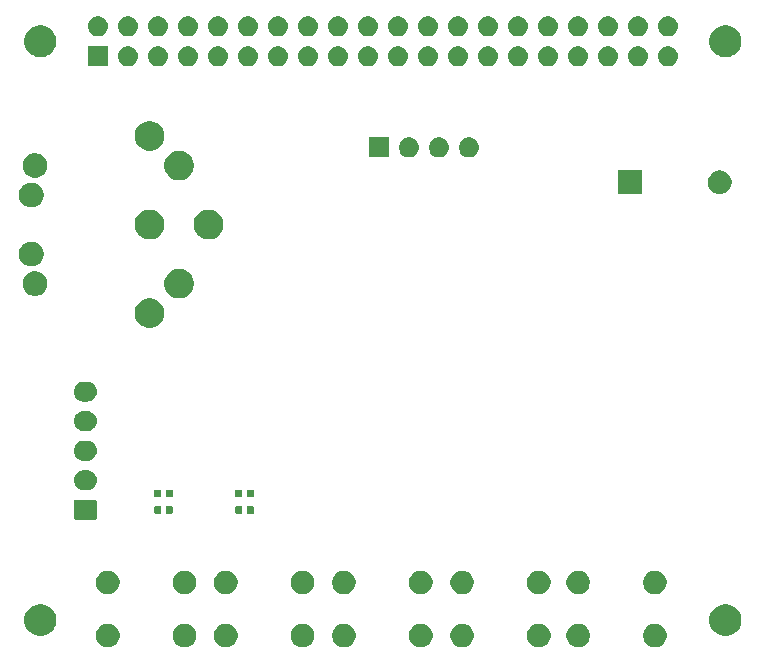
<source format=gts>
G04 #@! TF.GenerationSoftware,KiCad,Pcbnew,(5.1.0)-1*
G04 #@! TF.CreationDate,2020-07-11T17:50:00+02:00*
G04 #@! TF.ProjectId,Pi1541,50693135-3431-42e6-9b69-6361645f7063,rev?*
G04 #@! TF.SameCoordinates,Original*
G04 #@! TF.FileFunction,Soldermask,Top*
G04 #@! TF.FilePolarity,Negative*
%FSLAX46Y46*%
G04 Gerber Fmt 4.6, Leading zero omitted, Abs format (unit mm)*
G04 Created by KiCad (PCBNEW (5.1.0)-1) date 2020-07-11 17:50:00*
%MOMM*%
%LPD*%
G04 APERTURE LIST*
%ADD10C,0.150000*%
G04 APERTURE END LIST*
D10*
G36*
X255758290Y-146835619D02*
G01*
X255822689Y-146848429D01*
X256004678Y-146923811D01*
X256168463Y-147033249D01*
X256307751Y-147172537D01*
X256417189Y-147336322D01*
X256492571Y-147518311D01*
X256531000Y-147711509D01*
X256531000Y-147908491D01*
X256492571Y-148101689D01*
X256417189Y-148283678D01*
X256307751Y-148447463D01*
X256168463Y-148586751D01*
X256004678Y-148696189D01*
X255822689Y-148771571D01*
X255758290Y-148784381D01*
X255629493Y-148810000D01*
X255432507Y-148810000D01*
X255303710Y-148784381D01*
X255239311Y-148771571D01*
X255057322Y-148696189D01*
X254893537Y-148586751D01*
X254754249Y-148447463D01*
X254644811Y-148283678D01*
X254569429Y-148101689D01*
X254531000Y-147908491D01*
X254531000Y-147711509D01*
X254569429Y-147518311D01*
X254644811Y-147336322D01*
X254754249Y-147172537D01*
X254893537Y-147033249D01*
X255057322Y-146923811D01*
X255239311Y-146848429D01*
X255303710Y-146835619D01*
X255432507Y-146810000D01*
X255629493Y-146810000D01*
X255758290Y-146835619D01*
X255758290Y-146835619D01*
G37*
G36*
X249258290Y-146835619D02*
G01*
X249322689Y-146848429D01*
X249504678Y-146923811D01*
X249668463Y-147033249D01*
X249807751Y-147172537D01*
X249917189Y-147336322D01*
X249992571Y-147518311D01*
X250031000Y-147711509D01*
X250031000Y-147908491D01*
X249992571Y-148101689D01*
X249917189Y-148283678D01*
X249807751Y-148447463D01*
X249668463Y-148586751D01*
X249504678Y-148696189D01*
X249322689Y-148771571D01*
X249258290Y-148784381D01*
X249129493Y-148810000D01*
X248932507Y-148810000D01*
X248803710Y-148784381D01*
X248739311Y-148771571D01*
X248557322Y-148696189D01*
X248393537Y-148586751D01*
X248254249Y-148447463D01*
X248144811Y-148283678D01*
X248069429Y-148101689D01*
X248031000Y-147908491D01*
X248031000Y-147711509D01*
X248069429Y-147518311D01*
X248144811Y-147336322D01*
X248254249Y-147172537D01*
X248393537Y-147033249D01*
X248557322Y-146923811D01*
X248739311Y-146848429D01*
X248803710Y-146835619D01*
X248932507Y-146810000D01*
X249129493Y-146810000D01*
X249258290Y-146835619D01*
X249258290Y-146835619D01*
G37*
G36*
X215937290Y-146835619D02*
G01*
X216001689Y-146848429D01*
X216183678Y-146923811D01*
X216347463Y-147033249D01*
X216486751Y-147172537D01*
X216596189Y-147336322D01*
X216671571Y-147518311D01*
X216710000Y-147711509D01*
X216710000Y-147908491D01*
X216671571Y-148101689D01*
X216596189Y-148283678D01*
X216486751Y-148447463D01*
X216347463Y-148586751D01*
X216183678Y-148696189D01*
X216001689Y-148771571D01*
X215937290Y-148784381D01*
X215808493Y-148810000D01*
X215611507Y-148810000D01*
X215482710Y-148784381D01*
X215418311Y-148771571D01*
X215236322Y-148696189D01*
X215072537Y-148586751D01*
X214933249Y-148447463D01*
X214823811Y-148283678D01*
X214748429Y-148101689D01*
X214710000Y-147908491D01*
X214710000Y-147711509D01*
X214748429Y-147518311D01*
X214823811Y-147336322D01*
X214933249Y-147172537D01*
X215072537Y-147033249D01*
X215236322Y-146923811D01*
X215418311Y-146848429D01*
X215482710Y-146835619D01*
X215611507Y-146810000D01*
X215808493Y-146810000D01*
X215937290Y-146835619D01*
X215937290Y-146835619D01*
G37*
G36*
X209437290Y-146835619D02*
G01*
X209501689Y-146848429D01*
X209683678Y-146923811D01*
X209847463Y-147033249D01*
X209986751Y-147172537D01*
X210096189Y-147336322D01*
X210171571Y-147518311D01*
X210210000Y-147711509D01*
X210210000Y-147908491D01*
X210171571Y-148101689D01*
X210096189Y-148283678D01*
X209986751Y-148447463D01*
X209847463Y-148586751D01*
X209683678Y-148696189D01*
X209501689Y-148771571D01*
X209437290Y-148784381D01*
X209308493Y-148810000D01*
X209111507Y-148810000D01*
X208982710Y-148784381D01*
X208918311Y-148771571D01*
X208736322Y-148696189D01*
X208572537Y-148586751D01*
X208433249Y-148447463D01*
X208323811Y-148283678D01*
X208248429Y-148101689D01*
X208210000Y-147908491D01*
X208210000Y-147711509D01*
X208248429Y-147518311D01*
X208323811Y-147336322D01*
X208433249Y-147172537D01*
X208572537Y-147033249D01*
X208736322Y-146923811D01*
X208918311Y-146848429D01*
X208982710Y-146835619D01*
X209111507Y-146810000D01*
X209308493Y-146810000D01*
X209437290Y-146835619D01*
X209437290Y-146835619D01*
G37*
G36*
X219428290Y-146835619D02*
G01*
X219492689Y-146848429D01*
X219674678Y-146923811D01*
X219838463Y-147033249D01*
X219977751Y-147172537D01*
X220087189Y-147336322D01*
X220162571Y-147518311D01*
X220201000Y-147711509D01*
X220201000Y-147908491D01*
X220162571Y-148101689D01*
X220087189Y-148283678D01*
X219977751Y-148447463D01*
X219838463Y-148586751D01*
X219674678Y-148696189D01*
X219492689Y-148771571D01*
X219428290Y-148784381D01*
X219299493Y-148810000D01*
X219102507Y-148810000D01*
X218973710Y-148784381D01*
X218909311Y-148771571D01*
X218727322Y-148696189D01*
X218563537Y-148586751D01*
X218424249Y-148447463D01*
X218314811Y-148283678D01*
X218239429Y-148101689D01*
X218201000Y-147908491D01*
X218201000Y-147711509D01*
X218239429Y-147518311D01*
X218314811Y-147336322D01*
X218424249Y-147172537D01*
X218563537Y-147033249D01*
X218727322Y-146923811D01*
X218909311Y-146848429D01*
X218973710Y-146835619D01*
X219102507Y-146810000D01*
X219299493Y-146810000D01*
X219428290Y-146835619D01*
X219428290Y-146835619D01*
G37*
G36*
X225928290Y-146835619D02*
G01*
X225992689Y-146848429D01*
X226174678Y-146923811D01*
X226338463Y-147033249D01*
X226477751Y-147172537D01*
X226587189Y-147336322D01*
X226662571Y-147518311D01*
X226701000Y-147711509D01*
X226701000Y-147908491D01*
X226662571Y-148101689D01*
X226587189Y-148283678D01*
X226477751Y-148447463D01*
X226338463Y-148586751D01*
X226174678Y-148696189D01*
X225992689Y-148771571D01*
X225928290Y-148784381D01*
X225799493Y-148810000D01*
X225602507Y-148810000D01*
X225473710Y-148784381D01*
X225409311Y-148771571D01*
X225227322Y-148696189D01*
X225063537Y-148586751D01*
X224924249Y-148447463D01*
X224814811Y-148283678D01*
X224739429Y-148101689D01*
X224701000Y-147908491D01*
X224701000Y-147711509D01*
X224739429Y-147518311D01*
X224814811Y-147336322D01*
X224924249Y-147172537D01*
X225063537Y-147033249D01*
X225227322Y-146923811D01*
X225409311Y-146848429D01*
X225473710Y-146835619D01*
X225602507Y-146810000D01*
X225799493Y-146810000D01*
X225928290Y-146835619D01*
X225928290Y-146835619D01*
G37*
G36*
X235928290Y-146835619D02*
G01*
X235992689Y-146848429D01*
X236174678Y-146923811D01*
X236338463Y-147033249D01*
X236477751Y-147172537D01*
X236587189Y-147336322D01*
X236662571Y-147518311D01*
X236701000Y-147711509D01*
X236701000Y-147908491D01*
X236662571Y-148101689D01*
X236587189Y-148283678D01*
X236477751Y-148447463D01*
X236338463Y-148586751D01*
X236174678Y-148696189D01*
X235992689Y-148771571D01*
X235928290Y-148784381D01*
X235799493Y-148810000D01*
X235602507Y-148810000D01*
X235473710Y-148784381D01*
X235409311Y-148771571D01*
X235227322Y-148696189D01*
X235063537Y-148586751D01*
X234924249Y-148447463D01*
X234814811Y-148283678D01*
X234739429Y-148101689D01*
X234701000Y-147908491D01*
X234701000Y-147711509D01*
X234739429Y-147518311D01*
X234814811Y-147336322D01*
X234924249Y-147172537D01*
X235063537Y-147033249D01*
X235227322Y-146923811D01*
X235409311Y-146848429D01*
X235473710Y-146835619D01*
X235602507Y-146810000D01*
X235799493Y-146810000D01*
X235928290Y-146835619D01*
X235928290Y-146835619D01*
G37*
G36*
X229428290Y-146835619D02*
G01*
X229492689Y-146848429D01*
X229674678Y-146923811D01*
X229838463Y-147033249D01*
X229977751Y-147172537D01*
X230087189Y-147336322D01*
X230162571Y-147518311D01*
X230201000Y-147711509D01*
X230201000Y-147908491D01*
X230162571Y-148101689D01*
X230087189Y-148283678D01*
X229977751Y-148447463D01*
X229838463Y-148586751D01*
X229674678Y-148696189D01*
X229492689Y-148771571D01*
X229428290Y-148784381D01*
X229299493Y-148810000D01*
X229102507Y-148810000D01*
X228973710Y-148784381D01*
X228909311Y-148771571D01*
X228727322Y-148696189D01*
X228563537Y-148586751D01*
X228424249Y-148447463D01*
X228314811Y-148283678D01*
X228239429Y-148101689D01*
X228201000Y-147908491D01*
X228201000Y-147711509D01*
X228239429Y-147518311D01*
X228314811Y-147336322D01*
X228424249Y-147172537D01*
X228563537Y-147033249D01*
X228727322Y-146923811D01*
X228909311Y-146848429D01*
X228973710Y-146835619D01*
X229102507Y-146810000D01*
X229299493Y-146810000D01*
X229428290Y-146835619D01*
X229428290Y-146835619D01*
G37*
G36*
X239428290Y-146835619D02*
G01*
X239492689Y-146848429D01*
X239674678Y-146923811D01*
X239838463Y-147033249D01*
X239977751Y-147172537D01*
X240087189Y-147336322D01*
X240162571Y-147518311D01*
X240201000Y-147711509D01*
X240201000Y-147908491D01*
X240162571Y-148101689D01*
X240087189Y-148283678D01*
X239977751Y-148447463D01*
X239838463Y-148586751D01*
X239674678Y-148696189D01*
X239492689Y-148771571D01*
X239428290Y-148784381D01*
X239299493Y-148810000D01*
X239102507Y-148810000D01*
X238973710Y-148784381D01*
X238909311Y-148771571D01*
X238727322Y-148696189D01*
X238563537Y-148586751D01*
X238424249Y-148447463D01*
X238314811Y-148283678D01*
X238239429Y-148101689D01*
X238201000Y-147908491D01*
X238201000Y-147711509D01*
X238239429Y-147518311D01*
X238314811Y-147336322D01*
X238424249Y-147172537D01*
X238563537Y-147033249D01*
X238727322Y-146923811D01*
X238909311Y-146848429D01*
X238973710Y-146835619D01*
X239102507Y-146810000D01*
X239299493Y-146810000D01*
X239428290Y-146835619D01*
X239428290Y-146835619D01*
G37*
G36*
X245928290Y-146835619D02*
G01*
X245992689Y-146848429D01*
X246174678Y-146923811D01*
X246338463Y-147033249D01*
X246477751Y-147172537D01*
X246587189Y-147336322D01*
X246662571Y-147518311D01*
X246701000Y-147711509D01*
X246701000Y-147908491D01*
X246662571Y-148101689D01*
X246587189Y-148283678D01*
X246477751Y-148447463D01*
X246338463Y-148586751D01*
X246174678Y-148696189D01*
X245992689Y-148771571D01*
X245928290Y-148784381D01*
X245799493Y-148810000D01*
X245602507Y-148810000D01*
X245473710Y-148784381D01*
X245409311Y-148771571D01*
X245227322Y-148696189D01*
X245063537Y-148586751D01*
X244924249Y-148447463D01*
X244814811Y-148283678D01*
X244739429Y-148101689D01*
X244701000Y-147908491D01*
X244701000Y-147711509D01*
X244739429Y-147518311D01*
X244814811Y-147336322D01*
X244924249Y-147172537D01*
X245063537Y-147033249D01*
X245227322Y-146923811D01*
X245409311Y-146848429D01*
X245473710Y-146835619D01*
X245602507Y-146810000D01*
X245799493Y-146810000D01*
X245928290Y-146835619D01*
X245928290Y-146835619D01*
G37*
G36*
X261893779Y-145201879D02*
G01*
X262139463Y-145303645D01*
X262139465Y-145303646D01*
X262250769Y-145378017D01*
X262360574Y-145451386D01*
X262548614Y-145639426D01*
X262696355Y-145860537D01*
X262798121Y-146106221D01*
X262850000Y-146367035D01*
X262850000Y-146632965D01*
X262798121Y-146893779D01*
X262785681Y-146923811D01*
X262696354Y-147139465D01*
X262621983Y-147250769D01*
X262564819Y-147336322D01*
X262548613Y-147360575D01*
X262360575Y-147548613D01*
X262139465Y-147696354D01*
X262139464Y-147696355D01*
X262139463Y-147696355D01*
X261893779Y-147798121D01*
X261632965Y-147850000D01*
X261367035Y-147850000D01*
X261106221Y-147798121D01*
X260860537Y-147696355D01*
X260860536Y-147696355D01*
X260860535Y-147696354D01*
X260639425Y-147548613D01*
X260451387Y-147360575D01*
X260435182Y-147336322D01*
X260378017Y-147250769D01*
X260303646Y-147139465D01*
X260214319Y-146923811D01*
X260201879Y-146893779D01*
X260150000Y-146632965D01*
X260150000Y-146367035D01*
X260201879Y-146106221D01*
X260303645Y-145860537D01*
X260451386Y-145639426D01*
X260639426Y-145451386D01*
X260749231Y-145378017D01*
X260860535Y-145303646D01*
X260860537Y-145303645D01*
X261106221Y-145201879D01*
X261367035Y-145150000D01*
X261632965Y-145150000D01*
X261893779Y-145201879D01*
X261893779Y-145201879D01*
G37*
G36*
X203893779Y-145201879D02*
G01*
X204139463Y-145303645D01*
X204139465Y-145303646D01*
X204250769Y-145378017D01*
X204360574Y-145451386D01*
X204548614Y-145639426D01*
X204696355Y-145860537D01*
X204798121Y-146106221D01*
X204850000Y-146367035D01*
X204850000Y-146632965D01*
X204798121Y-146893779D01*
X204785681Y-146923811D01*
X204696354Y-147139465D01*
X204621983Y-147250769D01*
X204564819Y-147336322D01*
X204548613Y-147360575D01*
X204360575Y-147548613D01*
X204139465Y-147696354D01*
X204139464Y-147696355D01*
X204139463Y-147696355D01*
X203893779Y-147798121D01*
X203632965Y-147850000D01*
X203367035Y-147850000D01*
X203106221Y-147798121D01*
X202860537Y-147696355D01*
X202860536Y-147696355D01*
X202860535Y-147696354D01*
X202639425Y-147548613D01*
X202451387Y-147360575D01*
X202435182Y-147336322D01*
X202378017Y-147250769D01*
X202303646Y-147139465D01*
X202214319Y-146923811D01*
X202201879Y-146893779D01*
X202150000Y-146632965D01*
X202150000Y-146367035D01*
X202201879Y-146106221D01*
X202303645Y-145860537D01*
X202451386Y-145639426D01*
X202639426Y-145451386D01*
X202749231Y-145378017D01*
X202860535Y-145303646D01*
X202860537Y-145303645D01*
X203106221Y-145201879D01*
X203367035Y-145150000D01*
X203632965Y-145150000D01*
X203893779Y-145201879D01*
X203893779Y-145201879D01*
G37*
G36*
X219428290Y-142335619D02*
G01*
X219492689Y-142348429D01*
X219674678Y-142423811D01*
X219838463Y-142533249D01*
X219977751Y-142672537D01*
X220087189Y-142836322D01*
X220162571Y-143018311D01*
X220201000Y-143211509D01*
X220201000Y-143408491D01*
X220162571Y-143601689D01*
X220087189Y-143783678D01*
X219977751Y-143947463D01*
X219838463Y-144086751D01*
X219674678Y-144196189D01*
X219492689Y-144271571D01*
X219428290Y-144284381D01*
X219299493Y-144310000D01*
X219102507Y-144310000D01*
X218973710Y-144284381D01*
X218909311Y-144271571D01*
X218727322Y-144196189D01*
X218563537Y-144086751D01*
X218424249Y-143947463D01*
X218314811Y-143783678D01*
X218239429Y-143601689D01*
X218201000Y-143408491D01*
X218201000Y-143211509D01*
X218239429Y-143018311D01*
X218314811Y-142836322D01*
X218424249Y-142672537D01*
X218563537Y-142533249D01*
X218727322Y-142423811D01*
X218909311Y-142348429D01*
X218973710Y-142335619D01*
X219102507Y-142310000D01*
X219299493Y-142310000D01*
X219428290Y-142335619D01*
X219428290Y-142335619D01*
G37*
G36*
X245928290Y-142335619D02*
G01*
X245992689Y-142348429D01*
X246174678Y-142423811D01*
X246338463Y-142533249D01*
X246477751Y-142672537D01*
X246587189Y-142836322D01*
X246662571Y-143018311D01*
X246701000Y-143211509D01*
X246701000Y-143408491D01*
X246662571Y-143601689D01*
X246587189Y-143783678D01*
X246477751Y-143947463D01*
X246338463Y-144086751D01*
X246174678Y-144196189D01*
X245992689Y-144271571D01*
X245928290Y-144284381D01*
X245799493Y-144310000D01*
X245602507Y-144310000D01*
X245473710Y-144284381D01*
X245409311Y-144271571D01*
X245227322Y-144196189D01*
X245063537Y-144086751D01*
X244924249Y-143947463D01*
X244814811Y-143783678D01*
X244739429Y-143601689D01*
X244701000Y-143408491D01*
X244701000Y-143211509D01*
X244739429Y-143018311D01*
X244814811Y-142836322D01*
X244924249Y-142672537D01*
X245063537Y-142533249D01*
X245227322Y-142423811D01*
X245409311Y-142348429D01*
X245473710Y-142335619D01*
X245602507Y-142310000D01*
X245799493Y-142310000D01*
X245928290Y-142335619D01*
X245928290Y-142335619D01*
G37*
G36*
X239428290Y-142335619D02*
G01*
X239492689Y-142348429D01*
X239674678Y-142423811D01*
X239838463Y-142533249D01*
X239977751Y-142672537D01*
X240087189Y-142836322D01*
X240162571Y-143018311D01*
X240201000Y-143211509D01*
X240201000Y-143408491D01*
X240162571Y-143601689D01*
X240087189Y-143783678D01*
X239977751Y-143947463D01*
X239838463Y-144086751D01*
X239674678Y-144196189D01*
X239492689Y-144271571D01*
X239428290Y-144284381D01*
X239299493Y-144310000D01*
X239102507Y-144310000D01*
X238973710Y-144284381D01*
X238909311Y-144271571D01*
X238727322Y-144196189D01*
X238563537Y-144086751D01*
X238424249Y-143947463D01*
X238314811Y-143783678D01*
X238239429Y-143601689D01*
X238201000Y-143408491D01*
X238201000Y-143211509D01*
X238239429Y-143018311D01*
X238314811Y-142836322D01*
X238424249Y-142672537D01*
X238563537Y-142533249D01*
X238727322Y-142423811D01*
X238909311Y-142348429D01*
X238973710Y-142335619D01*
X239102507Y-142310000D01*
X239299493Y-142310000D01*
X239428290Y-142335619D01*
X239428290Y-142335619D01*
G37*
G36*
X215937290Y-142335619D02*
G01*
X216001689Y-142348429D01*
X216183678Y-142423811D01*
X216347463Y-142533249D01*
X216486751Y-142672537D01*
X216596189Y-142836322D01*
X216671571Y-143018311D01*
X216710000Y-143211509D01*
X216710000Y-143408491D01*
X216671571Y-143601689D01*
X216596189Y-143783678D01*
X216486751Y-143947463D01*
X216347463Y-144086751D01*
X216183678Y-144196189D01*
X216001689Y-144271571D01*
X215937290Y-144284381D01*
X215808493Y-144310000D01*
X215611507Y-144310000D01*
X215482710Y-144284381D01*
X215418311Y-144271571D01*
X215236322Y-144196189D01*
X215072537Y-144086751D01*
X214933249Y-143947463D01*
X214823811Y-143783678D01*
X214748429Y-143601689D01*
X214710000Y-143408491D01*
X214710000Y-143211509D01*
X214748429Y-143018311D01*
X214823811Y-142836322D01*
X214933249Y-142672537D01*
X215072537Y-142533249D01*
X215236322Y-142423811D01*
X215418311Y-142348429D01*
X215482710Y-142335619D01*
X215611507Y-142310000D01*
X215808493Y-142310000D01*
X215937290Y-142335619D01*
X215937290Y-142335619D01*
G37*
G36*
X255758290Y-142335619D02*
G01*
X255822689Y-142348429D01*
X256004678Y-142423811D01*
X256168463Y-142533249D01*
X256307751Y-142672537D01*
X256417189Y-142836322D01*
X256492571Y-143018311D01*
X256531000Y-143211509D01*
X256531000Y-143408491D01*
X256492571Y-143601689D01*
X256417189Y-143783678D01*
X256307751Y-143947463D01*
X256168463Y-144086751D01*
X256004678Y-144196189D01*
X255822689Y-144271571D01*
X255758290Y-144284381D01*
X255629493Y-144310000D01*
X255432507Y-144310000D01*
X255303710Y-144284381D01*
X255239311Y-144271571D01*
X255057322Y-144196189D01*
X254893537Y-144086751D01*
X254754249Y-143947463D01*
X254644811Y-143783678D01*
X254569429Y-143601689D01*
X254531000Y-143408491D01*
X254531000Y-143211509D01*
X254569429Y-143018311D01*
X254644811Y-142836322D01*
X254754249Y-142672537D01*
X254893537Y-142533249D01*
X255057322Y-142423811D01*
X255239311Y-142348429D01*
X255303710Y-142335619D01*
X255432507Y-142310000D01*
X255629493Y-142310000D01*
X255758290Y-142335619D01*
X255758290Y-142335619D01*
G37*
G36*
X229428290Y-142335619D02*
G01*
X229492689Y-142348429D01*
X229674678Y-142423811D01*
X229838463Y-142533249D01*
X229977751Y-142672537D01*
X230087189Y-142836322D01*
X230162571Y-143018311D01*
X230201000Y-143211509D01*
X230201000Y-143408491D01*
X230162571Y-143601689D01*
X230087189Y-143783678D01*
X229977751Y-143947463D01*
X229838463Y-144086751D01*
X229674678Y-144196189D01*
X229492689Y-144271571D01*
X229428290Y-144284381D01*
X229299493Y-144310000D01*
X229102507Y-144310000D01*
X228973710Y-144284381D01*
X228909311Y-144271571D01*
X228727322Y-144196189D01*
X228563537Y-144086751D01*
X228424249Y-143947463D01*
X228314811Y-143783678D01*
X228239429Y-143601689D01*
X228201000Y-143408491D01*
X228201000Y-143211509D01*
X228239429Y-143018311D01*
X228314811Y-142836322D01*
X228424249Y-142672537D01*
X228563537Y-142533249D01*
X228727322Y-142423811D01*
X228909311Y-142348429D01*
X228973710Y-142335619D01*
X229102507Y-142310000D01*
X229299493Y-142310000D01*
X229428290Y-142335619D01*
X229428290Y-142335619D01*
G37*
G36*
X209437290Y-142335619D02*
G01*
X209501689Y-142348429D01*
X209683678Y-142423811D01*
X209847463Y-142533249D01*
X209986751Y-142672537D01*
X210096189Y-142836322D01*
X210171571Y-143018311D01*
X210210000Y-143211509D01*
X210210000Y-143408491D01*
X210171571Y-143601689D01*
X210096189Y-143783678D01*
X209986751Y-143947463D01*
X209847463Y-144086751D01*
X209683678Y-144196189D01*
X209501689Y-144271571D01*
X209437290Y-144284381D01*
X209308493Y-144310000D01*
X209111507Y-144310000D01*
X208982710Y-144284381D01*
X208918311Y-144271571D01*
X208736322Y-144196189D01*
X208572537Y-144086751D01*
X208433249Y-143947463D01*
X208323811Y-143783678D01*
X208248429Y-143601689D01*
X208210000Y-143408491D01*
X208210000Y-143211509D01*
X208248429Y-143018311D01*
X208323811Y-142836322D01*
X208433249Y-142672537D01*
X208572537Y-142533249D01*
X208736322Y-142423811D01*
X208918311Y-142348429D01*
X208982710Y-142335619D01*
X209111507Y-142310000D01*
X209308493Y-142310000D01*
X209437290Y-142335619D01*
X209437290Y-142335619D01*
G37*
G36*
X235928290Y-142335619D02*
G01*
X235992689Y-142348429D01*
X236174678Y-142423811D01*
X236338463Y-142533249D01*
X236477751Y-142672537D01*
X236587189Y-142836322D01*
X236662571Y-143018311D01*
X236701000Y-143211509D01*
X236701000Y-143408491D01*
X236662571Y-143601689D01*
X236587189Y-143783678D01*
X236477751Y-143947463D01*
X236338463Y-144086751D01*
X236174678Y-144196189D01*
X235992689Y-144271571D01*
X235928290Y-144284381D01*
X235799493Y-144310000D01*
X235602507Y-144310000D01*
X235473710Y-144284381D01*
X235409311Y-144271571D01*
X235227322Y-144196189D01*
X235063537Y-144086751D01*
X234924249Y-143947463D01*
X234814811Y-143783678D01*
X234739429Y-143601689D01*
X234701000Y-143408491D01*
X234701000Y-143211509D01*
X234739429Y-143018311D01*
X234814811Y-142836322D01*
X234924249Y-142672537D01*
X235063537Y-142533249D01*
X235227322Y-142423811D01*
X235409311Y-142348429D01*
X235473710Y-142335619D01*
X235602507Y-142310000D01*
X235799493Y-142310000D01*
X235928290Y-142335619D01*
X235928290Y-142335619D01*
G37*
G36*
X225928290Y-142335619D02*
G01*
X225992689Y-142348429D01*
X226174678Y-142423811D01*
X226338463Y-142533249D01*
X226477751Y-142672537D01*
X226587189Y-142836322D01*
X226662571Y-143018311D01*
X226701000Y-143211509D01*
X226701000Y-143408491D01*
X226662571Y-143601689D01*
X226587189Y-143783678D01*
X226477751Y-143947463D01*
X226338463Y-144086751D01*
X226174678Y-144196189D01*
X225992689Y-144271571D01*
X225928290Y-144284381D01*
X225799493Y-144310000D01*
X225602507Y-144310000D01*
X225473710Y-144284381D01*
X225409311Y-144271571D01*
X225227322Y-144196189D01*
X225063537Y-144086751D01*
X224924249Y-143947463D01*
X224814811Y-143783678D01*
X224739429Y-143601689D01*
X224701000Y-143408491D01*
X224701000Y-143211509D01*
X224739429Y-143018311D01*
X224814811Y-142836322D01*
X224924249Y-142672537D01*
X225063537Y-142533249D01*
X225227322Y-142423811D01*
X225409311Y-142348429D01*
X225473710Y-142335619D01*
X225602507Y-142310000D01*
X225799493Y-142310000D01*
X225928290Y-142335619D01*
X225928290Y-142335619D01*
G37*
G36*
X249258290Y-142335619D02*
G01*
X249322689Y-142348429D01*
X249504678Y-142423811D01*
X249668463Y-142533249D01*
X249807751Y-142672537D01*
X249917189Y-142836322D01*
X249992571Y-143018311D01*
X250031000Y-143211509D01*
X250031000Y-143408491D01*
X249992571Y-143601689D01*
X249917189Y-143783678D01*
X249807751Y-143947463D01*
X249668463Y-144086751D01*
X249504678Y-144196189D01*
X249322689Y-144271571D01*
X249258290Y-144284381D01*
X249129493Y-144310000D01*
X248932507Y-144310000D01*
X248803710Y-144284381D01*
X248739311Y-144271571D01*
X248557322Y-144196189D01*
X248393537Y-144086751D01*
X248254249Y-143947463D01*
X248144811Y-143783678D01*
X248069429Y-143601689D01*
X248031000Y-143408491D01*
X248031000Y-143211509D01*
X248069429Y-143018311D01*
X248144811Y-142836322D01*
X248254249Y-142672537D01*
X248393537Y-142533249D01*
X248557322Y-142423811D01*
X248739311Y-142348429D01*
X248803710Y-142335619D01*
X248932507Y-142310000D01*
X249129493Y-142310000D01*
X249258290Y-142335619D01*
X249258290Y-142335619D01*
G37*
G36*
X208149677Y-136311701D02*
G01*
X208179909Y-136320873D01*
X208207771Y-136335764D01*
X208232193Y-136355807D01*
X208252236Y-136380229D01*
X208267127Y-136408091D01*
X208276299Y-136438323D01*
X208280000Y-136475905D01*
X208280000Y-137840095D01*
X208276299Y-137877677D01*
X208267127Y-137907909D01*
X208252236Y-137935771D01*
X208232193Y-137960193D01*
X208207771Y-137980236D01*
X208179909Y-137995127D01*
X208149677Y-138004299D01*
X208112095Y-138008000D01*
X206497905Y-138008000D01*
X206460323Y-138004299D01*
X206430091Y-137995127D01*
X206402229Y-137980236D01*
X206377807Y-137960193D01*
X206357764Y-137935771D01*
X206342873Y-137907909D01*
X206333701Y-137877677D01*
X206330000Y-137840095D01*
X206330000Y-136475905D01*
X206333701Y-136438323D01*
X206342873Y-136408091D01*
X206357764Y-136380229D01*
X206377807Y-136355807D01*
X206402229Y-136335764D01*
X206430091Y-136320873D01*
X206460323Y-136311701D01*
X206497905Y-136308000D01*
X208112095Y-136308000D01*
X208149677Y-136311701D01*
X208149677Y-136311701D01*
G37*
G36*
X221503463Y-136870226D02*
G01*
X221519299Y-136875030D01*
X221533886Y-136882827D01*
X221546677Y-136893323D01*
X221557173Y-136906114D01*
X221564970Y-136920701D01*
X221569774Y-136936537D01*
X221572000Y-136959140D01*
X221572000Y-137416860D01*
X221569774Y-137439463D01*
X221564970Y-137455299D01*
X221557173Y-137469886D01*
X221546677Y-137482677D01*
X221533886Y-137493173D01*
X221519299Y-137500970D01*
X221503463Y-137505774D01*
X221480860Y-137508000D01*
X221073140Y-137508000D01*
X221050537Y-137505774D01*
X221034701Y-137500970D01*
X221020114Y-137493173D01*
X221007323Y-137482677D01*
X220996827Y-137469886D01*
X220989030Y-137455299D01*
X220984226Y-137439463D01*
X220982000Y-137416860D01*
X220982000Y-136959140D01*
X220984226Y-136936537D01*
X220989030Y-136920701D01*
X220996827Y-136906114D01*
X221007323Y-136893323D01*
X221020114Y-136882827D01*
X221034701Y-136875030D01*
X221050537Y-136870226D01*
X221073140Y-136868000D01*
X221480860Y-136868000D01*
X221503463Y-136870226D01*
X221503463Y-136870226D01*
G37*
G36*
X220533463Y-136870226D02*
G01*
X220549299Y-136875030D01*
X220563886Y-136882827D01*
X220576677Y-136893323D01*
X220587173Y-136906114D01*
X220594970Y-136920701D01*
X220599774Y-136936537D01*
X220602000Y-136959140D01*
X220602000Y-137416860D01*
X220599774Y-137439463D01*
X220594970Y-137455299D01*
X220587173Y-137469886D01*
X220576677Y-137482677D01*
X220563886Y-137493173D01*
X220549299Y-137500970D01*
X220533463Y-137505774D01*
X220510860Y-137508000D01*
X220103140Y-137508000D01*
X220080537Y-137505774D01*
X220064701Y-137500970D01*
X220050114Y-137493173D01*
X220037323Y-137482677D01*
X220026827Y-137469886D01*
X220019030Y-137455299D01*
X220014226Y-137439463D01*
X220012000Y-137416860D01*
X220012000Y-136959140D01*
X220014226Y-136936537D01*
X220019030Y-136920701D01*
X220026827Y-136906114D01*
X220037323Y-136893323D01*
X220050114Y-136882827D01*
X220064701Y-136875030D01*
X220080537Y-136870226D01*
X220103140Y-136868000D01*
X220510860Y-136868000D01*
X220533463Y-136870226D01*
X220533463Y-136870226D01*
G37*
G36*
X213670463Y-136870226D02*
G01*
X213686299Y-136875030D01*
X213700886Y-136882827D01*
X213713677Y-136893323D01*
X213724173Y-136906114D01*
X213731970Y-136920701D01*
X213736774Y-136936537D01*
X213739000Y-136959140D01*
X213739000Y-137416860D01*
X213736774Y-137439463D01*
X213731970Y-137455299D01*
X213724173Y-137469886D01*
X213713677Y-137482677D01*
X213700886Y-137493173D01*
X213686299Y-137500970D01*
X213670463Y-137505774D01*
X213647860Y-137508000D01*
X213240140Y-137508000D01*
X213217537Y-137505774D01*
X213201701Y-137500970D01*
X213187114Y-137493173D01*
X213174323Y-137482677D01*
X213163827Y-137469886D01*
X213156030Y-137455299D01*
X213151226Y-137439463D01*
X213149000Y-137416860D01*
X213149000Y-136959140D01*
X213151226Y-136936537D01*
X213156030Y-136920701D01*
X213163827Y-136906114D01*
X213174323Y-136893323D01*
X213187114Y-136882827D01*
X213201701Y-136875030D01*
X213217537Y-136870226D01*
X213240140Y-136868000D01*
X213647860Y-136868000D01*
X213670463Y-136870226D01*
X213670463Y-136870226D01*
G37*
G36*
X214640463Y-136870226D02*
G01*
X214656299Y-136875030D01*
X214670886Y-136882827D01*
X214683677Y-136893323D01*
X214694173Y-136906114D01*
X214701970Y-136920701D01*
X214706774Y-136936537D01*
X214709000Y-136959140D01*
X214709000Y-137416860D01*
X214706774Y-137439463D01*
X214701970Y-137455299D01*
X214694173Y-137469886D01*
X214683677Y-137482677D01*
X214670886Y-137493173D01*
X214656299Y-137500970D01*
X214640463Y-137505774D01*
X214617860Y-137508000D01*
X214210140Y-137508000D01*
X214187537Y-137505774D01*
X214171701Y-137500970D01*
X214157114Y-137493173D01*
X214144323Y-137482677D01*
X214133827Y-137469886D01*
X214126030Y-137455299D01*
X214121226Y-137439463D01*
X214119000Y-137416860D01*
X214119000Y-136959140D01*
X214121226Y-136936537D01*
X214126030Y-136920701D01*
X214133827Y-136906114D01*
X214144323Y-136893323D01*
X214157114Y-136882827D01*
X214171701Y-136875030D01*
X214187537Y-136870226D01*
X214210140Y-136868000D01*
X214617860Y-136868000D01*
X214640463Y-136870226D01*
X214640463Y-136870226D01*
G37*
G36*
X221493463Y-135473226D02*
G01*
X221509299Y-135478030D01*
X221523886Y-135485827D01*
X221536677Y-135496323D01*
X221547173Y-135509114D01*
X221554970Y-135523701D01*
X221559774Y-135539537D01*
X221562000Y-135562140D01*
X221562000Y-136019860D01*
X221559774Y-136042463D01*
X221554970Y-136058299D01*
X221547173Y-136072886D01*
X221536677Y-136085677D01*
X221523886Y-136096173D01*
X221509299Y-136103970D01*
X221493463Y-136108774D01*
X221470860Y-136111000D01*
X221063140Y-136111000D01*
X221040537Y-136108774D01*
X221024701Y-136103970D01*
X221010114Y-136096173D01*
X220997323Y-136085677D01*
X220986827Y-136072886D01*
X220979030Y-136058299D01*
X220974226Y-136042463D01*
X220972000Y-136019860D01*
X220972000Y-135562140D01*
X220974226Y-135539537D01*
X220979030Y-135523701D01*
X220986827Y-135509114D01*
X220997323Y-135496323D01*
X221010114Y-135485827D01*
X221024701Y-135478030D01*
X221040537Y-135473226D01*
X221063140Y-135471000D01*
X221470860Y-135471000D01*
X221493463Y-135473226D01*
X221493463Y-135473226D01*
G37*
G36*
X214640463Y-135473226D02*
G01*
X214656299Y-135478030D01*
X214670886Y-135485827D01*
X214683677Y-135496323D01*
X214694173Y-135509114D01*
X214701970Y-135523701D01*
X214706774Y-135539537D01*
X214709000Y-135562140D01*
X214709000Y-136019860D01*
X214706774Y-136042463D01*
X214701970Y-136058299D01*
X214694173Y-136072886D01*
X214683677Y-136085677D01*
X214670886Y-136096173D01*
X214656299Y-136103970D01*
X214640463Y-136108774D01*
X214617860Y-136111000D01*
X214210140Y-136111000D01*
X214187537Y-136108774D01*
X214171701Y-136103970D01*
X214157114Y-136096173D01*
X214144323Y-136085677D01*
X214133827Y-136072886D01*
X214126030Y-136058299D01*
X214121226Y-136042463D01*
X214119000Y-136019860D01*
X214119000Y-135562140D01*
X214121226Y-135539537D01*
X214126030Y-135523701D01*
X214133827Y-135509114D01*
X214144323Y-135496323D01*
X214157114Y-135485827D01*
X214171701Y-135478030D01*
X214187537Y-135473226D01*
X214210140Y-135471000D01*
X214617860Y-135471000D01*
X214640463Y-135473226D01*
X214640463Y-135473226D01*
G37*
G36*
X213670463Y-135473226D02*
G01*
X213686299Y-135478030D01*
X213700886Y-135485827D01*
X213713677Y-135496323D01*
X213724173Y-135509114D01*
X213731970Y-135523701D01*
X213736774Y-135539537D01*
X213739000Y-135562140D01*
X213739000Y-136019860D01*
X213736774Y-136042463D01*
X213731970Y-136058299D01*
X213724173Y-136072886D01*
X213713677Y-136085677D01*
X213700886Y-136096173D01*
X213686299Y-136103970D01*
X213670463Y-136108774D01*
X213647860Y-136111000D01*
X213240140Y-136111000D01*
X213217537Y-136108774D01*
X213201701Y-136103970D01*
X213187114Y-136096173D01*
X213174323Y-136085677D01*
X213163827Y-136072886D01*
X213156030Y-136058299D01*
X213151226Y-136042463D01*
X213149000Y-136019860D01*
X213149000Y-135562140D01*
X213151226Y-135539537D01*
X213156030Y-135523701D01*
X213163827Y-135509114D01*
X213174323Y-135496323D01*
X213187114Y-135485827D01*
X213201701Y-135478030D01*
X213217537Y-135473226D01*
X213240140Y-135471000D01*
X213647860Y-135471000D01*
X213670463Y-135473226D01*
X213670463Y-135473226D01*
G37*
G36*
X220523463Y-135473226D02*
G01*
X220539299Y-135478030D01*
X220553886Y-135485827D01*
X220566677Y-135496323D01*
X220577173Y-135509114D01*
X220584970Y-135523701D01*
X220589774Y-135539537D01*
X220592000Y-135562140D01*
X220592000Y-136019860D01*
X220589774Y-136042463D01*
X220584970Y-136058299D01*
X220577173Y-136072886D01*
X220566677Y-136085677D01*
X220553886Y-136096173D01*
X220539299Y-136103970D01*
X220523463Y-136108774D01*
X220500860Y-136111000D01*
X220093140Y-136111000D01*
X220070537Y-136108774D01*
X220054701Y-136103970D01*
X220040114Y-136096173D01*
X220027323Y-136085677D01*
X220016827Y-136072886D01*
X220009030Y-136058299D01*
X220004226Y-136042463D01*
X220002000Y-136019860D01*
X220002000Y-135562140D01*
X220004226Y-135539537D01*
X220009030Y-135523701D01*
X220016827Y-135509114D01*
X220027323Y-135496323D01*
X220040114Y-135485827D01*
X220054701Y-135478030D01*
X220070537Y-135473226D01*
X220093140Y-135471000D01*
X220500860Y-135471000D01*
X220523463Y-135473226D01*
X220523463Y-135473226D01*
G37*
G36*
X207596627Y-133820299D02*
G01*
X207676742Y-133844601D01*
X207756855Y-133868903D01*
X207756857Y-133868904D01*
X207904518Y-133947831D01*
X208033949Y-134054051D01*
X208140169Y-134183482D01*
X208219096Y-134331143D01*
X208267701Y-134491373D01*
X208284112Y-134658000D01*
X208267701Y-134824627D01*
X208219096Y-134984857D01*
X208140169Y-135132518D01*
X208033949Y-135261949D01*
X207904518Y-135368169D01*
X207756857Y-135447096D01*
X207756855Y-135447097D01*
X207678056Y-135471000D01*
X207596627Y-135495701D01*
X207471752Y-135508000D01*
X207138248Y-135508000D01*
X207013373Y-135495701D01*
X206931944Y-135471000D01*
X206853145Y-135447097D01*
X206853143Y-135447096D01*
X206705482Y-135368169D01*
X206576051Y-135261949D01*
X206469831Y-135132518D01*
X206390904Y-134984857D01*
X206342299Y-134824627D01*
X206325888Y-134658000D01*
X206342299Y-134491373D01*
X206390904Y-134331143D01*
X206469831Y-134183482D01*
X206576051Y-134054051D01*
X206705482Y-133947831D01*
X206853143Y-133868904D01*
X206853145Y-133868903D01*
X206933258Y-133844601D01*
X207013373Y-133820299D01*
X207138248Y-133808000D01*
X207471752Y-133808000D01*
X207596627Y-133820299D01*
X207596627Y-133820299D01*
G37*
G36*
X207596627Y-131320299D02*
G01*
X207676742Y-131344602D01*
X207756855Y-131368903D01*
X207756857Y-131368904D01*
X207904518Y-131447831D01*
X208033949Y-131554051D01*
X208140169Y-131683482D01*
X208219096Y-131831143D01*
X208267701Y-131991373D01*
X208284112Y-132158000D01*
X208267701Y-132324627D01*
X208219096Y-132484857D01*
X208140169Y-132632518D01*
X208033949Y-132761949D01*
X207904518Y-132868169D01*
X207756857Y-132947096D01*
X207756855Y-132947097D01*
X207676742Y-132971398D01*
X207596627Y-132995701D01*
X207471752Y-133008000D01*
X207138248Y-133008000D01*
X207013373Y-132995701D01*
X206933258Y-132971398D01*
X206853145Y-132947097D01*
X206853143Y-132947096D01*
X206705482Y-132868169D01*
X206576051Y-132761949D01*
X206469831Y-132632518D01*
X206390904Y-132484857D01*
X206342299Y-132324627D01*
X206325888Y-132158000D01*
X206342299Y-131991373D01*
X206390904Y-131831143D01*
X206469831Y-131683482D01*
X206576051Y-131554051D01*
X206705482Y-131447831D01*
X206853143Y-131368904D01*
X206853145Y-131368903D01*
X206933258Y-131344601D01*
X207013373Y-131320299D01*
X207138248Y-131308000D01*
X207471752Y-131308000D01*
X207596627Y-131320299D01*
X207596627Y-131320299D01*
G37*
G36*
X207596627Y-128820299D02*
G01*
X207676742Y-128844602D01*
X207756855Y-128868903D01*
X207756857Y-128868904D01*
X207904518Y-128947831D01*
X208033949Y-129054051D01*
X208140169Y-129183482D01*
X208219096Y-129331143D01*
X208267701Y-129491373D01*
X208284112Y-129658000D01*
X208267701Y-129824627D01*
X208219096Y-129984857D01*
X208140169Y-130132518D01*
X208033949Y-130261949D01*
X207904518Y-130368169D01*
X207756857Y-130447096D01*
X207756855Y-130447097D01*
X207676742Y-130471398D01*
X207596627Y-130495701D01*
X207471752Y-130508000D01*
X207138248Y-130508000D01*
X207013373Y-130495701D01*
X206933258Y-130471399D01*
X206853145Y-130447097D01*
X206853143Y-130447096D01*
X206705482Y-130368169D01*
X206576051Y-130261949D01*
X206469831Y-130132518D01*
X206390904Y-129984857D01*
X206342299Y-129824627D01*
X206325888Y-129658000D01*
X206342299Y-129491373D01*
X206390904Y-129331143D01*
X206469831Y-129183482D01*
X206576051Y-129054051D01*
X206705482Y-128947831D01*
X206853143Y-128868904D01*
X206853145Y-128868903D01*
X206933258Y-128844602D01*
X207013373Y-128820299D01*
X207138248Y-128808000D01*
X207471752Y-128808000D01*
X207596627Y-128820299D01*
X207596627Y-128820299D01*
G37*
G36*
X207596627Y-126320299D02*
G01*
X207676742Y-126344602D01*
X207756855Y-126368903D01*
X207756857Y-126368904D01*
X207904518Y-126447831D01*
X208033949Y-126554051D01*
X208140169Y-126683482D01*
X208219096Y-126831143D01*
X208267701Y-126991373D01*
X208284112Y-127158000D01*
X208267701Y-127324627D01*
X208219096Y-127484857D01*
X208140169Y-127632518D01*
X208033949Y-127761949D01*
X207904518Y-127868169D01*
X207756857Y-127947096D01*
X207756855Y-127947097D01*
X207676742Y-127971398D01*
X207596627Y-127995701D01*
X207471752Y-128008000D01*
X207138248Y-128008000D01*
X207013373Y-127995701D01*
X206933258Y-127971398D01*
X206853145Y-127947097D01*
X206853143Y-127947096D01*
X206705482Y-127868169D01*
X206576051Y-127761949D01*
X206469831Y-127632518D01*
X206390904Y-127484857D01*
X206342299Y-127324627D01*
X206325888Y-127158000D01*
X206342299Y-126991373D01*
X206390904Y-126831143D01*
X206469831Y-126683482D01*
X206576051Y-126554051D01*
X206705482Y-126447831D01*
X206853143Y-126368904D01*
X206853145Y-126368903D01*
X206933258Y-126344602D01*
X207013373Y-126320299D01*
X207138248Y-126308000D01*
X207471752Y-126308000D01*
X207596627Y-126320299D01*
X207596627Y-126320299D01*
G37*
G36*
X213105250Y-119310556D02*
G01*
X213332735Y-119404784D01*
X213332737Y-119404785D01*
X213537468Y-119541582D01*
X213711578Y-119715692D01*
X213848376Y-119920425D01*
X213942604Y-120147910D01*
X213990640Y-120389404D01*
X213990640Y-120635636D01*
X213942604Y-120877130D01*
X213848376Y-121104615D01*
X213848375Y-121104617D01*
X213711578Y-121309348D01*
X213537468Y-121483458D01*
X213332737Y-121620255D01*
X213332736Y-121620256D01*
X213332735Y-121620256D01*
X213105250Y-121714484D01*
X212863756Y-121762520D01*
X212617524Y-121762520D01*
X212376030Y-121714484D01*
X212148545Y-121620256D01*
X212148544Y-121620256D01*
X212148543Y-121620255D01*
X211943812Y-121483458D01*
X211769702Y-121309348D01*
X211632905Y-121104617D01*
X211632904Y-121104615D01*
X211538676Y-120877130D01*
X211490640Y-120635636D01*
X211490640Y-120389404D01*
X211538676Y-120147910D01*
X211632904Y-119920425D01*
X211769702Y-119715692D01*
X211943812Y-119541582D01*
X212148543Y-119404785D01*
X212148545Y-119404784D01*
X212376030Y-119310556D01*
X212617524Y-119262520D01*
X212863756Y-119262520D01*
X213105250Y-119310556D01*
X213105250Y-119310556D01*
G37*
G36*
X215605250Y-116810556D02*
G01*
X215832735Y-116904784D01*
X215832737Y-116904785D01*
X216037468Y-117041582D01*
X216211578Y-117215692D01*
X216296766Y-117343184D01*
X216348376Y-117420425D01*
X216442604Y-117647910D01*
X216490640Y-117889404D01*
X216490640Y-118135636D01*
X216442604Y-118377130D01*
X216387616Y-118509882D01*
X216348375Y-118604617D01*
X216211578Y-118809348D01*
X216037468Y-118983458D01*
X215832737Y-119120255D01*
X215832736Y-119120256D01*
X215832735Y-119120256D01*
X215605250Y-119214484D01*
X215363756Y-119262520D01*
X215117524Y-119262520D01*
X214876030Y-119214484D01*
X214648545Y-119120256D01*
X214648544Y-119120256D01*
X214648543Y-119120255D01*
X214443812Y-118983458D01*
X214269702Y-118809348D01*
X214132905Y-118604617D01*
X214093664Y-118509882D01*
X214038676Y-118377130D01*
X213990640Y-118135636D01*
X213990640Y-117889404D01*
X214038676Y-117647910D01*
X214132904Y-117420425D01*
X214184515Y-117343184D01*
X214269702Y-117215692D01*
X214443812Y-117041582D01*
X214648543Y-116904785D01*
X214648545Y-116904784D01*
X214876030Y-116810556D01*
X215117524Y-116762520D01*
X215363756Y-116762520D01*
X215605250Y-116810556D01*
X215605250Y-116810556D01*
G37*
G36*
X203169327Y-116967547D02*
G01*
X203346914Y-117002870D01*
X203538002Y-117082022D01*
X203709976Y-117196931D01*
X203856229Y-117343184D01*
X203971138Y-117515158D01*
X204050290Y-117706246D01*
X204090640Y-117909104D01*
X204090640Y-118115936D01*
X204050290Y-118318794D01*
X203971138Y-118509882D01*
X203856229Y-118681856D01*
X203709976Y-118828109D01*
X203538002Y-118943018D01*
X203346914Y-119022170D01*
X203169327Y-119057493D01*
X203144057Y-119062520D01*
X202937223Y-119062520D01*
X202911953Y-119057493D01*
X202734366Y-119022170D01*
X202543278Y-118943018D01*
X202371304Y-118828109D01*
X202225051Y-118681856D01*
X202110142Y-118509882D01*
X202030990Y-118318794D01*
X201990640Y-118115936D01*
X201990640Y-117909104D01*
X202030990Y-117706246D01*
X202110142Y-117515158D01*
X202225051Y-117343184D01*
X202371304Y-117196931D01*
X202543278Y-117082022D01*
X202734366Y-117002870D01*
X202911953Y-116967547D01*
X202937223Y-116962520D01*
X203144057Y-116962520D01*
X203169327Y-116967547D01*
X203169327Y-116967547D01*
G37*
G36*
X202869327Y-114467547D02*
G01*
X203046914Y-114502870D01*
X203238002Y-114582022D01*
X203409976Y-114696931D01*
X203556229Y-114843184D01*
X203671138Y-115015158D01*
X203750290Y-115206246D01*
X203790640Y-115409104D01*
X203790640Y-115615936D01*
X203750290Y-115818794D01*
X203671138Y-116009882D01*
X203556229Y-116181856D01*
X203409976Y-116328109D01*
X203238002Y-116443018D01*
X203046914Y-116522170D01*
X202869327Y-116557493D01*
X202844057Y-116562520D01*
X202637223Y-116562520D01*
X202611953Y-116557493D01*
X202434366Y-116522170D01*
X202243278Y-116443018D01*
X202071304Y-116328109D01*
X201925051Y-116181856D01*
X201810142Y-116009882D01*
X201730990Y-115818794D01*
X201690640Y-115615936D01*
X201690640Y-115409104D01*
X201730990Y-115206246D01*
X201810142Y-115015158D01*
X201925051Y-114843184D01*
X202071304Y-114696931D01*
X202243278Y-114582022D01*
X202434366Y-114502870D01*
X202611953Y-114467547D01*
X202637223Y-114462520D01*
X202844057Y-114462520D01*
X202869327Y-114467547D01*
X202869327Y-114467547D01*
G37*
G36*
X218105250Y-111810556D02*
G01*
X218332735Y-111904784D01*
X218332737Y-111904785D01*
X218537468Y-112041582D01*
X218711578Y-112215692D01*
X218848376Y-112420425D01*
X218942604Y-112647910D01*
X218990640Y-112889404D01*
X218990640Y-113135636D01*
X218942604Y-113377130D01*
X218848376Y-113604615D01*
X218848375Y-113604617D01*
X218711578Y-113809348D01*
X218537468Y-113983458D01*
X218332737Y-114120255D01*
X218332736Y-114120256D01*
X218332735Y-114120256D01*
X218105250Y-114214484D01*
X217863756Y-114262520D01*
X217617524Y-114262520D01*
X217376030Y-114214484D01*
X217148545Y-114120256D01*
X217148544Y-114120256D01*
X217148543Y-114120255D01*
X216943812Y-113983458D01*
X216769702Y-113809348D01*
X216632905Y-113604617D01*
X216632904Y-113604615D01*
X216538676Y-113377130D01*
X216490640Y-113135636D01*
X216490640Y-112889404D01*
X216538676Y-112647910D01*
X216632904Y-112420425D01*
X216769702Y-112215692D01*
X216943812Y-112041582D01*
X217148543Y-111904785D01*
X217148545Y-111904784D01*
X217376030Y-111810556D01*
X217617524Y-111762520D01*
X217863756Y-111762520D01*
X218105250Y-111810556D01*
X218105250Y-111810556D01*
G37*
G36*
X213105250Y-111810556D02*
G01*
X213332735Y-111904784D01*
X213332737Y-111904785D01*
X213537468Y-112041582D01*
X213711578Y-112215692D01*
X213848376Y-112420425D01*
X213942604Y-112647910D01*
X213990640Y-112889404D01*
X213990640Y-113135636D01*
X213942604Y-113377130D01*
X213848376Y-113604615D01*
X213848375Y-113604617D01*
X213711578Y-113809348D01*
X213537468Y-113983458D01*
X213332737Y-114120255D01*
X213332736Y-114120256D01*
X213332735Y-114120256D01*
X213105250Y-114214484D01*
X212863756Y-114262520D01*
X212617524Y-114262520D01*
X212376030Y-114214484D01*
X212148545Y-114120256D01*
X212148544Y-114120256D01*
X212148543Y-114120255D01*
X211943812Y-113983458D01*
X211769702Y-113809348D01*
X211632905Y-113604617D01*
X211632904Y-113604615D01*
X211538676Y-113377130D01*
X211490640Y-113135636D01*
X211490640Y-112889404D01*
X211538676Y-112647910D01*
X211632904Y-112420425D01*
X211769702Y-112215692D01*
X211943812Y-112041582D01*
X212148543Y-111904785D01*
X212148545Y-111904784D01*
X212376030Y-111810556D01*
X212617524Y-111762520D01*
X212863756Y-111762520D01*
X213105250Y-111810556D01*
X213105250Y-111810556D01*
G37*
G36*
X202869327Y-109467547D02*
G01*
X203046914Y-109502870D01*
X203238002Y-109582022D01*
X203409976Y-109696931D01*
X203556229Y-109843184D01*
X203671138Y-110015158D01*
X203750290Y-110206246D01*
X203790640Y-110409104D01*
X203790640Y-110615936D01*
X203750290Y-110818794D01*
X203671138Y-111009882D01*
X203556229Y-111181856D01*
X203409976Y-111328109D01*
X203238002Y-111443018D01*
X203046914Y-111522170D01*
X202869327Y-111557493D01*
X202844057Y-111562520D01*
X202637223Y-111562520D01*
X202611953Y-111557493D01*
X202434366Y-111522170D01*
X202243278Y-111443018D01*
X202071304Y-111328109D01*
X201925051Y-111181856D01*
X201810142Y-111009882D01*
X201730990Y-110818794D01*
X201690640Y-110615936D01*
X201690640Y-110409104D01*
X201730990Y-110206246D01*
X201810142Y-110015158D01*
X201925051Y-109843184D01*
X202071304Y-109696931D01*
X202243278Y-109582022D01*
X202434366Y-109502870D01*
X202611953Y-109467547D01*
X202637223Y-109462520D01*
X202844057Y-109462520D01*
X202869327Y-109467547D01*
X202869327Y-109467547D01*
G37*
G36*
X254421000Y-110426000D02*
G01*
X252421000Y-110426000D01*
X252421000Y-108426000D01*
X254421000Y-108426000D01*
X254421000Y-110426000D01*
X254421000Y-110426000D01*
G37*
G36*
X261248290Y-108451619D02*
G01*
X261312689Y-108464429D01*
X261494678Y-108539811D01*
X261658463Y-108649249D01*
X261797751Y-108788537D01*
X261907189Y-108952322D01*
X261982571Y-109134311D01*
X262021000Y-109327509D01*
X262021000Y-109524491D01*
X261982571Y-109717689D01*
X261907189Y-109899678D01*
X261797751Y-110063463D01*
X261658463Y-110202751D01*
X261494678Y-110312189D01*
X261312689Y-110387571D01*
X261248290Y-110400381D01*
X261119493Y-110426000D01*
X260922507Y-110426000D01*
X260793710Y-110400381D01*
X260729311Y-110387571D01*
X260547322Y-110312189D01*
X260383537Y-110202751D01*
X260244249Y-110063463D01*
X260134811Y-109899678D01*
X260059429Y-109717689D01*
X260021000Y-109524491D01*
X260021000Y-109327509D01*
X260059429Y-109134311D01*
X260134811Y-108952322D01*
X260244249Y-108788537D01*
X260383537Y-108649249D01*
X260547322Y-108539811D01*
X260729311Y-108464429D01*
X260793710Y-108451619D01*
X260922507Y-108426000D01*
X261119493Y-108426000D01*
X261248290Y-108451619D01*
X261248290Y-108451619D01*
G37*
G36*
X215605250Y-106810556D02*
G01*
X215832735Y-106904784D01*
X215832737Y-106904785D01*
X216037468Y-107041582D01*
X216211578Y-107215692D01*
X216296766Y-107343184D01*
X216348376Y-107420425D01*
X216442604Y-107647910D01*
X216490640Y-107889404D01*
X216490640Y-108135636D01*
X216442604Y-108377130D01*
X216387616Y-108509882D01*
X216348375Y-108604617D01*
X216211578Y-108809348D01*
X216037468Y-108983458D01*
X215832737Y-109120255D01*
X215832736Y-109120256D01*
X215832735Y-109120256D01*
X215605250Y-109214484D01*
X215363756Y-109262520D01*
X215117524Y-109262520D01*
X214876030Y-109214484D01*
X214648545Y-109120256D01*
X214648544Y-109120256D01*
X214648543Y-109120255D01*
X214443812Y-108983458D01*
X214269702Y-108809348D01*
X214132905Y-108604617D01*
X214093664Y-108509882D01*
X214038676Y-108377130D01*
X213990640Y-108135636D01*
X213990640Y-107889404D01*
X214038676Y-107647910D01*
X214132904Y-107420425D01*
X214184515Y-107343184D01*
X214269702Y-107215692D01*
X214443812Y-107041582D01*
X214648543Y-106904785D01*
X214648545Y-106904784D01*
X214876030Y-106810556D01*
X215117524Y-106762520D01*
X215363756Y-106762520D01*
X215605250Y-106810556D01*
X215605250Y-106810556D01*
G37*
G36*
X203169327Y-106967547D02*
G01*
X203346914Y-107002870D01*
X203538002Y-107082022D01*
X203709976Y-107196931D01*
X203856229Y-107343184D01*
X203971138Y-107515158D01*
X204050290Y-107706246D01*
X204090640Y-107909104D01*
X204090640Y-108115936D01*
X204050290Y-108318794D01*
X203971138Y-108509882D01*
X203856229Y-108681856D01*
X203709976Y-108828109D01*
X203538002Y-108943018D01*
X203346914Y-109022170D01*
X203169327Y-109057493D01*
X203144057Y-109062520D01*
X202937223Y-109062520D01*
X202911953Y-109057493D01*
X202734366Y-109022170D01*
X202543278Y-108943018D01*
X202371304Y-108828109D01*
X202225051Y-108681856D01*
X202110142Y-108509882D01*
X202030990Y-108318794D01*
X201990640Y-108115936D01*
X201990640Y-107909104D01*
X202030990Y-107706246D01*
X202110142Y-107515158D01*
X202225051Y-107343184D01*
X202371304Y-107196931D01*
X202543278Y-107082022D01*
X202734366Y-107002870D01*
X202911953Y-106967547D01*
X202937223Y-106962520D01*
X203144057Y-106962520D01*
X203169327Y-106967547D01*
X203169327Y-106967547D01*
G37*
G36*
X239947627Y-105647299D02*
G01*
X240027742Y-105671602D01*
X240107855Y-105695903D01*
X240107857Y-105695904D01*
X240255518Y-105774831D01*
X240384949Y-105881051D01*
X240491169Y-106010482D01*
X240570096Y-106158143D01*
X240618701Y-106318373D01*
X240635112Y-106485000D01*
X240618701Y-106651627D01*
X240618700Y-106651629D01*
X240570491Y-106810557D01*
X240570096Y-106811857D01*
X240491169Y-106959518D01*
X240384949Y-107088949D01*
X240255518Y-107195169D01*
X240217122Y-107215692D01*
X240107855Y-107274097D01*
X240027742Y-107298399D01*
X239947627Y-107322701D01*
X239822752Y-107335000D01*
X239739248Y-107335000D01*
X239614373Y-107322701D01*
X239534258Y-107298399D01*
X239454145Y-107274097D01*
X239344878Y-107215692D01*
X239306482Y-107195169D01*
X239177051Y-107088949D01*
X239070831Y-106959518D01*
X238991904Y-106811857D01*
X238991510Y-106810557D01*
X238943300Y-106651629D01*
X238943299Y-106651627D01*
X238926888Y-106485000D01*
X238943299Y-106318373D01*
X238991904Y-106158143D01*
X239070831Y-106010482D01*
X239177051Y-105881051D01*
X239306482Y-105774831D01*
X239454143Y-105695904D01*
X239454145Y-105695903D01*
X239534258Y-105671602D01*
X239614373Y-105647299D01*
X239739248Y-105635000D01*
X239822752Y-105635000D01*
X239947627Y-105647299D01*
X239947627Y-105647299D01*
G37*
G36*
X233011000Y-107335000D02*
G01*
X231311000Y-107335000D01*
X231311000Y-105635000D01*
X233011000Y-105635000D01*
X233011000Y-107335000D01*
X233011000Y-107335000D01*
G37*
G36*
X234867627Y-105647299D02*
G01*
X234947742Y-105671602D01*
X235027855Y-105695903D01*
X235027857Y-105695904D01*
X235175518Y-105774831D01*
X235304949Y-105881051D01*
X235411169Y-106010482D01*
X235490096Y-106158143D01*
X235538701Y-106318373D01*
X235555112Y-106485000D01*
X235538701Y-106651627D01*
X235538700Y-106651629D01*
X235490491Y-106810557D01*
X235490096Y-106811857D01*
X235411169Y-106959518D01*
X235304949Y-107088949D01*
X235175518Y-107195169D01*
X235137122Y-107215692D01*
X235027855Y-107274097D01*
X234947742Y-107298399D01*
X234867627Y-107322701D01*
X234742752Y-107335000D01*
X234659248Y-107335000D01*
X234534373Y-107322701D01*
X234454258Y-107298399D01*
X234374145Y-107274097D01*
X234264878Y-107215692D01*
X234226482Y-107195169D01*
X234097051Y-107088949D01*
X233990831Y-106959518D01*
X233911904Y-106811857D01*
X233911510Y-106810557D01*
X233863300Y-106651629D01*
X233863299Y-106651627D01*
X233846888Y-106485000D01*
X233863299Y-106318373D01*
X233911904Y-106158143D01*
X233990831Y-106010482D01*
X234097051Y-105881051D01*
X234226482Y-105774831D01*
X234374143Y-105695904D01*
X234374145Y-105695903D01*
X234454258Y-105671602D01*
X234534373Y-105647299D01*
X234659248Y-105635000D01*
X234742752Y-105635000D01*
X234867627Y-105647299D01*
X234867627Y-105647299D01*
G37*
G36*
X237407627Y-105647299D02*
G01*
X237487742Y-105671602D01*
X237567855Y-105695903D01*
X237567857Y-105695904D01*
X237715518Y-105774831D01*
X237844949Y-105881051D01*
X237951169Y-106010482D01*
X238030096Y-106158143D01*
X238078701Y-106318373D01*
X238095112Y-106485000D01*
X238078701Y-106651627D01*
X238078700Y-106651629D01*
X238030491Y-106810557D01*
X238030096Y-106811857D01*
X237951169Y-106959518D01*
X237844949Y-107088949D01*
X237715518Y-107195169D01*
X237677122Y-107215692D01*
X237567855Y-107274097D01*
X237487742Y-107298399D01*
X237407627Y-107322701D01*
X237282752Y-107335000D01*
X237199248Y-107335000D01*
X237074373Y-107322701D01*
X236994258Y-107298399D01*
X236914145Y-107274097D01*
X236804878Y-107215692D01*
X236766482Y-107195169D01*
X236637051Y-107088949D01*
X236530831Y-106959518D01*
X236451904Y-106811857D01*
X236451510Y-106810557D01*
X236403300Y-106651629D01*
X236403299Y-106651627D01*
X236386888Y-106485000D01*
X236403299Y-106318373D01*
X236451904Y-106158143D01*
X236530831Y-106010482D01*
X236637051Y-105881051D01*
X236766482Y-105774831D01*
X236914143Y-105695904D01*
X236914145Y-105695903D01*
X236994258Y-105671602D01*
X237074373Y-105647299D01*
X237199248Y-105635000D01*
X237282752Y-105635000D01*
X237407627Y-105647299D01*
X237407627Y-105647299D01*
G37*
G36*
X213105250Y-104310556D02*
G01*
X213332735Y-104404784D01*
X213332737Y-104404785D01*
X213537468Y-104541582D01*
X213711578Y-104715692D01*
X213848376Y-104920425D01*
X213942604Y-105147910D01*
X213990640Y-105389404D01*
X213990640Y-105635636D01*
X213942604Y-105877130D01*
X213887367Y-106010482D01*
X213848375Y-106104617D01*
X213711578Y-106309348D01*
X213537468Y-106483458D01*
X213332737Y-106620255D01*
X213332736Y-106620256D01*
X213332735Y-106620256D01*
X213105250Y-106714484D01*
X212863756Y-106762520D01*
X212617524Y-106762520D01*
X212376030Y-106714484D01*
X212148545Y-106620256D01*
X212148544Y-106620256D01*
X212148543Y-106620255D01*
X211943812Y-106483458D01*
X211769702Y-106309348D01*
X211632905Y-106104617D01*
X211593913Y-106010482D01*
X211538676Y-105877130D01*
X211490640Y-105635636D01*
X211490640Y-105389404D01*
X211538676Y-105147910D01*
X211632904Y-104920425D01*
X211769702Y-104715692D01*
X211943812Y-104541582D01*
X212148543Y-104404785D01*
X212148545Y-104404784D01*
X212376030Y-104310556D01*
X212617524Y-104262520D01*
X212863756Y-104262520D01*
X213105250Y-104310556D01*
X213105250Y-104310556D01*
G37*
G36*
X216156627Y-97932299D02*
G01*
X216236742Y-97956601D01*
X216316855Y-97980903D01*
X216316857Y-97980904D01*
X216464518Y-98059831D01*
X216593949Y-98166051D01*
X216700169Y-98295482D01*
X216779096Y-98443143D01*
X216827701Y-98603373D01*
X216844112Y-98770000D01*
X216827701Y-98936627D01*
X216779096Y-99096857D01*
X216700169Y-99244518D01*
X216593949Y-99373949D01*
X216464518Y-99480169D01*
X216316857Y-99559096D01*
X216316855Y-99559097D01*
X216236742Y-99583398D01*
X216156627Y-99607701D01*
X216031752Y-99620000D01*
X215948248Y-99620000D01*
X215823373Y-99607701D01*
X215743258Y-99583398D01*
X215663145Y-99559097D01*
X215663143Y-99559096D01*
X215515482Y-99480169D01*
X215386051Y-99373949D01*
X215279831Y-99244518D01*
X215200904Y-99096857D01*
X215152299Y-98936627D01*
X215135888Y-98770000D01*
X215152299Y-98603373D01*
X215200904Y-98443143D01*
X215279831Y-98295482D01*
X215386051Y-98166051D01*
X215515482Y-98059831D01*
X215663143Y-97980904D01*
X215663145Y-97980903D01*
X215743258Y-97956601D01*
X215823373Y-97932299D01*
X215948248Y-97920000D01*
X216031752Y-97920000D01*
X216156627Y-97932299D01*
X216156627Y-97932299D01*
G37*
G36*
X218696627Y-97932299D02*
G01*
X218776742Y-97956601D01*
X218856855Y-97980903D01*
X218856857Y-97980904D01*
X219004518Y-98059831D01*
X219133949Y-98166051D01*
X219240169Y-98295482D01*
X219319096Y-98443143D01*
X219367701Y-98603373D01*
X219384112Y-98770000D01*
X219367701Y-98936627D01*
X219319096Y-99096857D01*
X219240169Y-99244518D01*
X219133949Y-99373949D01*
X219004518Y-99480169D01*
X218856857Y-99559096D01*
X218856855Y-99559097D01*
X218776742Y-99583398D01*
X218696627Y-99607701D01*
X218571752Y-99620000D01*
X218488248Y-99620000D01*
X218363373Y-99607701D01*
X218283258Y-99583398D01*
X218203145Y-99559097D01*
X218203143Y-99559096D01*
X218055482Y-99480169D01*
X217926051Y-99373949D01*
X217819831Y-99244518D01*
X217740904Y-99096857D01*
X217692299Y-98936627D01*
X217675888Y-98770000D01*
X217692299Y-98603373D01*
X217740904Y-98443143D01*
X217819831Y-98295482D01*
X217926051Y-98166051D01*
X218055482Y-98059831D01*
X218203143Y-97980904D01*
X218203145Y-97980903D01*
X218283258Y-97956601D01*
X218363373Y-97932299D01*
X218488248Y-97920000D01*
X218571752Y-97920000D01*
X218696627Y-97932299D01*
X218696627Y-97932299D01*
G37*
G36*
X223776627Y-97932299D02*
G01*
X223856742Y-97956601D01*
X223936855Y-97980903D01*
X223936857Y-97980904D01*
X224084518Y-98059831D01*
X224213949Y-98166051D01*
X224320169Y-98295482D01*
X224399096Y-98443143D01*
X224447701Y-98603373D01*
X224464112Y-98770000D01*
X224447701Y-98936627D01*
X224399096Y-99096857D01*
X224320169Y-99244518D01*
X224213949Y-99373949D01*
X224084518Y-99480169D01*
X223936857Y-99559096D01*
X223936855Y-99559097D01*
X223856742Y-99583398D01*
X223776627Y-99607701D01*
X223651752Y-99620000D01*
X223568248Y-99620000D01*
X223443373Y-99607701D01*
X223363258Y-99583398D01*
X223283145Y-99559097D01*
X223283143Y-99559096D01*
X223135482Y-99480169D01*
X223006051Y-99373949D01*
X222899831Y-99244518D01*
X222820904Y-99096857D01*
X222772299Y-98936627D01*
X222755888Y-98770000D01*
X222772299Y-98603373D01*
X222820904Y-98443143D01*
X222899831Y-98295482D01*
X223006051Y-98166051D01*
X223135482Y-98059831D01*
X223283143Y-97980904D01*
X223283145Y-97980903D01*
X223363258Y-97956601D01*
X223443373Y-97932299D01*
X223568248Y-97920000D01*
X223651752Y-97920000D01*
X223776627Y-97932299D01*
X223776627Y-97932299D01*
G37*
G36*
X221236627Y-97932299D02*
G01*
X221316742Y-97956601D01*
X221396855Y-97980903D01*
X221396857Y-97980904D01*
X221544518Y-98059831D01*
X221673949Y-98166051D01*
X221780169Y-98295482D01*
X221859096Y-98443143D01*
X221907701Y-98603373D01*
X221924112Y-98770000D01*
X221907701Y-98936627D01*
X221859096Y-99096857D01*
X221780169Y-99244518D01*
X221673949Y-99373949D01*
X221544518Y-99480169D01*
X221396857Y-99559096D01*
X221396855Y-99559097D01*
X221316742Y-99583398D01*
X221236627Y-99607701D01*
X221111752Y-99620000D01*
X221028248Y-99620000D01*
X220903373Y-99607701D01*
X220823258Y-99583398D01*
X220743145Y-99559097D01*
X220743143Y-99559096D01*
X220595482Y-99480169D01*
X220466051Y-99373949D01*
X220359831Y-99244518D01*
X220280904Y-99096857D01*
X220232299Y-98936627D01*
X220215888Y-98770000D01*
X220232299Y-98603373D01*
X220280904Y-98443143D01*
X220359831Y-98295482D01*
X220466051Y-98166051D01*
X220595482Y-98059831D01*
X220743143Y-97980904D01*
X220743145Y-97980903D01*
X220823258Y-97956601D01*
X220903373Y-97932299D01*
X221028248Y-97920000D01*
X221111752Y-97920000D01*
X221236627Y-97932299D01*
X221236627Y-97932299D01*
G37*
G36*
X211076627Y-97932299D02*
G01*
X211156742Y-97956601D01*
X211236855Y-97980903D01*
X211236857Y-97980904D01*
X211384518Y-98059831D01*
X211513949Y-98166051D01*
X211620169Y-98295482D01*
X211699096Y-98443143D01*
X211747701Y-98603373D01*
X211764112Y-98770000D01*
X211747701Y-98936627D01*
X211699096Y-99096857D01*
X211620169Y-99244518D01*
X211513949Y-99373949D01*
X211384518Y-99480169D01*
X211236857Y-99559096D01*
X211236855Y-99559097D01*
X211156742Y-99583398D01*
X211076627Y-99607701D01*
X210951752Y-99620000D01*
X210868248Y-99620000D01*
X210743373Y-99607701D01*
X210663258Y-99583398D01*
X210583145Y-99559097D01*
X210583143Y-99559096D01*
X210435482Y-99480169D01*
X210306051Y-99373949D01*
X210199831Y-99244518D01*
X210120904Y-99096857D01*
X210072299Y-98936627D01*
X210055888Y-98770000D01*
X210072299Y-98603373D01*
X210120904Y-98443143D01*
X210199831Y-98295482D01*
X210306051Y-98166051D01*
X210435482Y-98059831D01*
X210583143Y-97980904D01*
X210583145Y-97980903D01*
X210663258Y-97956601D01*
X210743373Y-97932299D01*
X210868248Y-97920000D01*
X210951752Y-97920000D01*
X211076627Y-97932299D01*
X211076627Y-97932299D01*
G37*
G36*
X209220000Y-99620000D02*
G01*
X207520000Y-99620000D01*
X207520000Y-97920000D01*
X209220000Y-97920000D01*
X209220000Y-99620000D01*
X209220000Y-99620000D01*
G37*
G36*
X256796627Y-97932299D02*
G01*
X256876742Y-97956601D01*
X256956855Y-97980903D01*
X256956857Y-97980904D01*
X257104518Y-98059831D01*
X257233949Y-98166051D01*
X257340169Y-98295482D01*
X257419096Y-98443143D01*
X257467701Y-98603373D01*
X257484112Y-98770000D01*
X257467701Y-98936627D01*
X257419096Y-99096857D01*
X257340169Y-99244518D01*
X257233949Y-99373949D01*
X257104518Y-99480169D01*
X256956857Y-99559096D01*
X256956855Y-99559097D01*
X256876742Y-99583398D01*
X256796627Y-99607701D01*
X256671752Y-99620000D01*
X256588248Y-99620000D01*
X256463373Y-99607701D01*
X256383258Y-99583398D01*
X256303145Y-99559097D01*
X256303143Y-99559096D01*
X256155482Y-99480169D01*
X256026051Y-99373949D01*
X255919831Y-99244518D01*
X255840904Y-99096857D01*
X255792299Y-98936627D01*
X255775888Y-98770000D01*
X255792299Y-98603373D01*
X255840904Y-98443143D01*
X255919831Y-98295482D01*
X256026051Y-98166051D01*
X256155482Y-98059831D01*
X256303143Y-97980904D01*
X256303145Y-97980903D01*
X256383258Y-97956601D01*
X256463373Y-97932299D01*
X256588248Y-97920000D01*
X256671752Y-97920000D01*
X256796627Y-97932299D01*
X256796627Y-97932299D01*
G37*
G36*
X254256627Y-97932299D02*
G01*
X254336742Y-97956601D01*
X254416855Y-97980903D01*
X254416857Y-97980904D01*
X254564518Y-98059831D01*
X254693949Y-98166051D01*
X254800169Y-98295482D01*
X254879096Y-98443143D01*
X254927701Y-98603373D01*
X254944112Y-98770000D01*
X254927701Y-98936627D01*
X254879096Y-99096857D01*
X254800169Y-99244518D01*
X254693949Y-99373949D01*
X254564518Y-99480169D01*
X254416857Y-99559096D01*
X254416855Y-99559097D01*
X254336742Y-99583398D01*
X254256627Y-99607701D01*
X254131752Y-99620000D01*
X254048248Y-99620000D01*
X253923373Y-99607701D01*
X253843258Y-99583398D01*
X253763145Y-99559097D01*
X253763143Y-99559096D01*
X253615482Y-99480169D01*
X253486051Y-99373949D01*
X253379831Y-99244518D01*
X253300904Y-99096857D01*
X253252299Y-98936627D01*
X253235888Y-98770000D01*
X253252299Y-98603373D01*
X253300904Y-98443143D01*
X253379831Y-98295482D01*
X253486051Y-98166051D01*
X253615482Y-98059831D01*
X253763143Y-97980904D01*
X253763145Y-97980903D01*
X253843258Y-97956601D01*
X253923373Y-97932299D01*
X254048248Y-97920000D01*
X254131752Y-97920000D01*
X254256627Y-97932299D01*
X254256627Y-97932299D01*
G37*
G36*
X251716627Y-97932299D02*
G01*
X251796742Y-97956601D01*
X251876855Y-97980903D01*
X251876857Y-97980904D01*
X252024518Y-98059831D01*
X252153949Y-98166051D01*
X252260169Y-98295482D01*
X252339096Y-98443143D01*
X252387701Y-98603373D01*
X252404112Y-98770000D01*
X252387701Y-98936627D01*
X252339096Y-99096857D01*
X252260169Y-99244518D01*
X252153949Y-99373949D01*
X252024518Y-99480169D01*
X251876857Y-99559096D01*
X251876855Y-99559097D01*
X251796742Y-99583398D01*
X251716627Y-99607701D01*
X251591752Y-99620000D01*
X251508248Y-99620000D01*
X251383373Y-99607701D01*
X251303258Y-99583398D01*
X251223145Y-99559097D01*
X251223143Y-99559096D01*
X251075482Y-99480169D01*
X250946051Y-99373949D01*
X250839831Y-99244518D01*
X250760904Y-99096857D01*
X250712299Y-98936627D01*
X250695888Y-98770000D01*
X250712299Y-98603373D01*
X250760904Y-98443143D01*
X250839831Y-98295482D01*
X250946051Y-98166051D01*
X251075482Y-98059831D01*
X251223143Y-97980904D01*
X251223145Y-97980903D01*
X251303258Y-97956601D01*
X251383373Y-97932299D01*
X251508248Y-97920000D01*
X251591752Y-97920000D01*
X251716627Y-97932299D01*
X251716627Y-97932299D01*
G37*
G36*
X249176627Y-97932299D02*
G01*
X249256742Y-97956601D01*
X249336855Y-97980903D01*
X249336857Y-97980904D01*
X249484518Y-98059831D01*
X249613949Y-98166051D01*
X249720169Y-98295482D01*
X249799096Y-98443143D01*
X249847701Y-98603373D01*
X249864112Y-98770000D01*
X249847701Y-98936627D01*
X249799096Y-99096857D01*
X249720169Y-99244518D01*
X249613949Y-99373949D01*
X249484518Y-99480169D01*
X249336857Y-99559096D01*
X249336855Y-99559097D01*
X249256742Y-99583398D01*
X249176627Y-99607701D01*
X249051752Y-99620000D01*
X248968248Y-99620000D01*
X248843373Y-99607701D01*
X248763258Y-99583398D01*
X248683145Y-99559097D01*
X248683143Y-99559096D01*
X248535482Y-99480169D01*
X248406051Y-99373949D01*
X248299831Y-99244518D01*
X248220904Y-99096857D01*
X248172299Y-98936627D01*
X248155888Y-98770000D01*
X248172299Y-98603373D01*
X248220904Y-98443143D01*
X248299831Y-98295482D01*
X248406051Y-98166051D01*
X248535482Y-98059831D01*
X248683143Y-97980904D01*
X248683145Y-97980903D01*
X248763258Y-97956601D01*
X248843373Y-97932299D01*
X248968248Y-97920000D01*
X249051752Y-97920000D01*
X249176627Y-97932299D01*
X249176627Y-97932299D01*
G37*
G36*
X244096627Y-97932299D02*
G01*
X244176742Y-97956601D01*
X244256855Y-97980903D01*
X244256857Y-97980904D01*
X244404518Y-98059831D01*
X244533949Y-98166051D01*
X244640169Y-98295482D01*
X244719096Y-98443143D01*
X244767701Y-98603373D01*
X244784112Y-98770000D01*
X244767701Y-98936627D01*
X244719096Y-99096857D01*
X244640169Y-99244518D01*
X244533949Y-99373949D01*
X244404518Y-99480169D01*
X244256857Y-99559096D01*
X244256855Y-99559097D01*
X244176742Y-99583398D01*
X244096627Y-99607701D01*
X243971752Y-99620000D01*
X243888248Y-99620000D01*
X243763373Y-99607701D01*
X243683258Y-99583398D01*
X243603145Y-99559097D01*
X243603143Y-99559096D01*
X243455482Y-99480169D01*
X243326051Y-99373949D01*
X243219831Y-99244518D01*
X243140904Y-99096857D01*
X243092299Y-98936627D01*
X243075888Y-98770000D01*
X243092299Y-98603373D01*
X243140904Y-98443143D01*
X243219831Y-98295482D01*
X243326051Y-98166051D01*
X243455482Y-98059831D01*
X243603143Y-97980904D01*
X243603145Y-97980903D01*
X243683258Y-97956601D01*
X243763373Y-97932299D01*
X243888248Y-97920000D01*
X243971752Y-97920000D01*
X244096627Y-97932299D01*
X244096627Y-97932299D01*
G37*
G36*
X213616627Y-97932299D02*
G01*
X213696742Y-97956601D01*
X213776855Y-97980903D01*
X213776857Y-97980904D01*
X213924518Y-98059831D01*
X214053949Y-98166051D01*
X214160169Y-98295482D01*
X214239096Y-98443143D01*
X214287701Y-98603373D01*
X214304112Y-98770000D01*
X214287701Y-98936627D01*
X214239096Y-99096857D01*
X214160169Y-99244518D01*
X214053949Y-99373949D01*
X213924518Y-99480169D01*
X213776857Y-99559096D01*
X213776855Y-99559097D01*
X213696742Y-99583398D01*
X213616627Y-99607701D01*
X213491752Y-99620000D01*
X213408248Y-99620000D01*
X213283373Y-99607701D01*
X213203258Y-99583398D01*
X213123145Y-99559097D01*
X213123143Y-99559096D01*
X212975482Y-99480169D01*
X212846051Y-99373949D01*
X212739831Y-99244518D01*
X212660904Y-99096857D01*
X212612299Y-98936627D01*
X212595888Y-98770000D01*
X212612299Y-98603373D01*
X212660904Y-98443143D01*
X212739831Y-98295482D01*
X212846051Y-98166051D01*
X212975482Y-98059831D01*
X213123143Y-97980904D01*
X213123145Y-97980903D01*
X213203258Y-97956601D01*
X213283373Y-97932299D01*
X213408248Y-97920000D01*
X213491752Y-97920000D01*
X213616627Y-97932299D01*
X213616627Y-97932299D01*
G37*
G36*
X228856627Y-97932299D02*
G01*
X228936742Y-97956601D01*
X229016855Y-97980903D01*
X229016857Y-97980904D01*
X229164518Y-98059831D01*
X229293949Y-98166051D01*
X229400169Y-98295482D01*
X229479096Y-98443143D01*
X229527701Y-98603373D01*
X229544112Y-98770000D01*
X229527701Y-98936627D01*
X229479096Y-99096857D01*
X229400169Y-99244518D01*
X229293949Y-99373949D01*
X229164518Y-99480169D01*
X229016857Y-99559096D01*
X229016855Y-99559097D01*
X228936742Y-99583398D01*
X228856627Y-99607701D01*
X228731752Y-99620000D01*
X228648248Y-99620000D01*
X228523373Y-99607701D01*
X228443258Y-99583398D01*
X228363145Y-99559097D01*
X228363143Y-99559096D01*
X228215482Y-99480169D01*
X228086051Y-99373949D01*
X227979831Y-99244518D01*
X227900904Y-99096857D01*
X227852299Y-98936627D01*
X227835888Y-98770000D01*
X227852299Y-98603373D01*
X227900904Y-98443143D01*
X227979831Y-98295482D01*
X228086051Y-98166051D01*
X228215482Y-98059831D01*
X228363143Y-97980904D01*
X228363145Y-97980903D01*
X228443258Y-97956601D01*
X228523373Y-97932299D01*
X228648248Y-97920000D01*
X228731752Y-97920000D01*
X228856627Y-97932299D01*
X228856627Y-97932299D01*
G37*
G36*
X226316627Y-97932299D02*
G01*
X226396742Y-97956601D01*
X226476855Y-97980903D01*
X226476857Y-97980904D01*
X226624518Y-98059831D01*
X226753949Y-98166051D01*
X226860169Y-98295482D01*
X226939096Y-98443143D01*
X226987701Y-98603373D01*
X227004112Y-98770000D01*
X226987701Y-98936627D01*
X226939096Y-99096857D01*
X226860169Y-99244518D01*
X226753949Y-99373949D01*
X226624518Y-99480169D01*
X226476857Y-99559096D01*
X226476855Y-99559097D01*
X226396742Y-99583398D01*
X226316627Y-99607701D01*
X226191752Y-99620000D01*
X226108248Y-99620000D01*
X225983373Y-99607701D01*
X225903258Y-99583398D01*
X225823145Y-99559097D01*
X225823143Y-99559096D01*
X225675482Y-99480169D01*
X225546051Y-99373949D01*
X225439831Y-99244518D01*
X225360904Y-99096857D01*
X225312299Y-98936627D01*
X225295888Y-98770000D01*
X225312299Y-98603373D01*
X225360904Y-98443143D01*
X225439831Y-98295482D01*
X225546051Y-98166051D01*
X225675482Y-98059831D01*
X225823143Y-97980904D01*
X225823145Y-97980903D01*
X225903258Y-97956601D01*
X225983373Y-97932299D01*
X226108248Y-97920000D01*
X226191752Y-97920000D01*
X226316627Y-97932299D01*
X226316627Y-97932299D01*
G37*
G36*
X233936627Y-97932299D02*
G01*
X234016742Y-97956601D01*
X234096855Y-97980903D01*
X234096857Y-97980904D01*
X234244518Y-98059831D01*
X234373949Y-98166051D01*
X234480169Y-98295482D01*
X234559096Y-98443143D01*
X234607701Y-98603373D01*
X234624112Y-98770000D01*
X234607701Y-98936627D01*
X234559096Y-99096857D01*
X234480169Y-99244518D01*
X234373949Y-99373949D01*
X234244518Y-99480169D01*
X234096857Y-99559096D01*
X234096855Y-99559097D01*
X234016742Y-99583398D01*
X233936627Y-99607701D01*
X233811752Y-99620000D01*
X233728248Y-99620000D01*
X233603373Y-99607701D01*
X233523258Y-99583398D01*
X233443145Y-99559097D01*
X233443143Y-99559096D01*
X233295482Y-99480169D01*
X233166051Y-99373949D01*
X233059831Y-99244518D01*
X232980904Y-99096857D01*
X232932299Y-98936627D01*
X232915888Y-98770000D01*
X232932299Y-98603373D01*
X232980904Y-98443143D01*
X233059831Y-98295482D01*
X233166051Y-98166051D01*
X233295482Y-98059831D01*
X233443143Y-97980904D01*
X233443145Y-97980903D01*
X233523258Y-97956601D01*
X233603373Y-97932299D01*
X233728248Y-97920000D01*
X233811752Y-97920000D01*
X233936627Y-97932299D01*
X233936627Y-97932299D01*
G37*
G36*
X236476627Y-97932299D02*
G01*
X236556742Y-97956601D01*
X236636855Y-97980903D01*
X236636857Y-97980904D01*
X236784518Y-98059831D01*
X236913949Y-98166051D01*
X237020169Y-98295482D01*
X237099096Y-98443143D01*
X237147701Y-98603373D01*
X237164112Y-98770000D01*
X237147701Y-98936627D01*
X237099096Y-99096857D01*
X237020169Y-99244518D01*
X236913949Y-99373949D01*
X236784518Y-99480169D01*
X236636857Y-99559096D01*
X236636855Y-99559097D01*
X236556742Y-99583398D01*
X236476627Y-99607701D01*
X236351752Y-99620000D01*
X236268248Y-99620000D01*
X236143373Y-99607701D01*
X236063258Y-99583398D01*
X235983145Y-99559097D01*
X235983143Y-99559096D01*
X235835482Y-99480169D01*
X235706051Y-99373949D01*
X235599831Y-99244518D01*
X235520904Y-99096857D01*
X235472299Y-98936627D01*
X235455888Y-98770000D01*
X235472299Y-98603373D01*
X235520904Y-98443143D01*
X235599831Y-98295482D01*
X235706051Y-98166051D01*
X235835482Y-98059831D01*
X235983143Y-97980904D01*
X235983145Y-97980903D01*
X236063258Y-97956601D01*
X236143373Y-97932299D01*
X236268248Y-97920000D01*
X236351752Y-97920000D01*
X236476627Y-97932299D01*
X236476627Y-97932299D01*
G37*
G36*
X239016627Y-97932299D02*
G01*
X239096742Y-97956601D01*
X239176855Y-97980903D01*
X239176857Y-97980904D01*
X239324518Y-98059831D01*
X239453949Y-98166051D01*
X239560169Y-98295482D01*
X239639096Y-98443143D01*
X239687701Y-98603373D01*
X239704112Y-98770000D01*
X239687701Y-98936627D01*
X239639096Y-99096857D01*
X239560169Y-99244518D01*
X239453949Y-99373949D01*
X239324518Y-99480169D01*
X239176857Y-99559096D01*
X239176855Y-99559097D01*
X239096742Y-99583398D01*
X239016627Y-99607701D01*
X238891752Y-99620000D01*
X238808248Y-99620000D01*
X238683373Y-99607701D01*
X238603258Y-99583398D01*
X238523145Y-99559097D01*
X238523143Y-99559096D01*
X238375482Y-99480169D01*
X238246051Y-99373949D01*
X238139831Y-99244518D01*
X238060904Y-99096857D01*
X238012299Y-98936627D01*
X237995888Y-98770000D01*
X238012299Y-98603373D01*
X238060904Y-98443143D01*
X238139831Y-98295482D01*
X238246051Y-98166051D01*
X238375482Y-98059831D01*
X238523143Y-97980904D01*
X238523145Y-97980903D01*
X238603258Y-97956601D01*
X238683373Y-97932299D01*
X238808248Y-97920000D01*
X238891752Y-97920000D01*
X239016627Y-97932299D01*
X239016627Y-97932299D01*
G37*
G36*
X241556627Y-97932299D02*
G01*
X241636742Y-97956601D01*
X241716855Y-97980903D01*
X241716857Y-97980904D01*
X241864518Y-98059831D01*
X241993949Y-98166051D01*
X242100169Y-98295482D01*
X242179096Y-98443143D01*
X242227701Y-98603373D01*
X242244112Y-98770000D01*
X242227701Y-98936627D01*
X242179096Y-99096857D01*
X242100169Y-99244518D01*
X241993949Y-99373949D01*
X241864518Y-99480169D01*
X241716857Y-99559096D01*
X241716855Y-99559097D01*
X241636742Y-99583398D01*
X241556627Y-99607701D01*
X241431752Y-99620000D01*
X241348248Y-99620000D01*
X241223373Y-99607701D01*
X241143258Y-99583398D01*
X241063145Y-99559097D01*
X241063143Y-99559096D01*
X240915482Y-99480169D01*
X240786051Y-99373949D01*
X240679831Y-99244518D01*
X240600904Y-99096857D01*
X240552299Y-98936627D01*
X240535888Y-98770000D01*
X240552299Y-98603373D01*
X240600904Y-98443143D01*
X240679831Y-98295482D01*
X240786051Y-98166051D01*
X240915482Y-98059831D01*
X241063143Y-97980904D01*
X241063145Y-97980903D01*
X241143258Y-97956601D01*
X241223373Y-97932299D01*
X241348248Y-97920000D01*
X241431752Y-97920000D01*
X241556627Y-97932299D01*
X241556627Y-97932299D01*
G37*
G36*
X231396627Y-97932299D02*
G01*
X231476742Y-97956601D01*
X231556855Y-97980903D01*
X231556857Y-97980904D01*
X231704518Y-98059831D01*
X231833949Y-98166051D01*
X231940169Y-98295482D01*
X232019096Y-98443143D01*
X232067701Y-98603373D01*
X232084112Y-98770000D01*
X232067701Y-98936627D01*
X232019096Y-99096857D01*
X231940169Y-99244518D01*
X231833949Y-99373949D01*
X231704518Y-99480169D01*
X231556857Y-99559096D01*
X231556855Y-99559097D01*
X231476742Y-99583398D01*
X231396627Y-99607701D01*
X231271752Y-99620000D01*
X231188248Y-99620000D01*
X231063373Y-99607701D01*
X230983258Y-99583398D01*
X230903145Y-99559097D01*
X230903143Y-99559096D01*
X230755482Y-99480169D01*
X230626051Y-99373949D01*
X230519831Y-99244518D01*
X230440904Y-99096857D01*
X230392299Y-98936627D01*
X230375888Y-98770000D01*
X230392299Y-98603373D01*
X230440904Y-98443143D01*
X230519831Y-98295482D01*
X230626051Y-98166051D01*
X230755482Y-98059831D01*
X230903143Y-97980904D01*
X230903145Y-97980903D01*
X230983258Y-97956601D01*
X231063373Y-97932299D01*
X231188248Y-97920000D01*
X231271752Y-97920000D01*
X231396627Y-97932299D01*
X231396627Y-97932299D01*
G37*
G36*
X246636627Y-97932299D02*
G01*
X246716742Y-97956601D01*
X246796855Y-97980903D01*
X246796857Y-97980904D01*
X246944518Y-98059831D01*
X247073949Y-98166051D01*
X247180169Y-98295482D01*
X247259096Y-98443143D01*
X247307701Y-98603373D01*
X247324112Y-98770000D01*
X247307701Y-98936627D01*
X247259096Y-99096857D01*
X247180169Y-99244518D01*
X247073949Y-99373949D01*
X246944518Y-99480169D01*
X246796857Y-99559096D01*
X246796855Y-99559097D01*
X246716742Y-99583398D01*
X246636627Y-99607701D01*
X246511752Y-99620000D01*
X246428248Y-99620000D01*
X246303373Y-99607701D01*
X246223258Y-99583398D01*
X246143145Y-99559097D01*
X246143143Y-99559096D01*
X245995482Y-99480169D01*
X245866051Y-99373949D01*
X245759831Y-99244518D01*
X245680904Y-99096857D01*
X245632299Y-98936627D01*
X245615888Y-98770000D01*
X245632299Y-98603373D01*
X245680904Y-98443143D01*
X245759831Y-98295482D01*
X245866051Y-98166051D01*
X245995482Y-98059831D01*
X246143143Y-97980904D01*
X246143145Y-97980903D01*
X246223258Y-97956601D01*
X246303373Y-97932299D01*
X246428248Y-97920000D01*
X246511752Y-97920000D01*
X246636627Y-97932299D01*
X246636627Y-97932299D01*
G37*
G36*
X261893779Y-96201879D02*
G01*
X262139463Y-96303645D01*
X262139465Y-96303646D01*
X262250769Y-96378017D01*
X262360574Y-96451386D01*
X262548614Y-96639426D01*
X262696355Y-96860537D01*
X262798121Y-97106221D01*
X262850000Y-97367035D01*
X262850000Y-97632965D01*
X262798121Y-97893779D01*
X262696355Y-98139463D01*
X262592108Y-98295481D01*
X262548613Y-98360575D01*
X262360575Y-98548613D01*
X262139465Y-98696354D01*
X262139464Y-98696355D01*
X262139463Y-98696355D01*
X261893779Y-98798121D01*
X261632965Y-98850000D01*
X261367035Y-98850000D01*
X261106221Y-98798121D01*
X260860537Y-98696355D01*
X260860536Y-98696355D01*
X260860535Y-98696354D01*
X260639425Y-98548613D01*
X260451387Y-98360575D01*
X260407893Y-98295481D01*
X260303645Y-98139463D01*
X260201879Y-97893779D01*
X260150000Y-97632965D01*
X260150000Y-97367035D01*
X260201879Y-97106221D01*
X260303645Y-96860537D01*
X260451386Y-96639426D01*
X260639426Y-96451386D01*
X260749231Y-96378017D01*
X260860535Y-96303646D01*
X260860537Y-96303645D01*
X261106221Y-96201879D01*
X261367035Y-96150000D01*
X261632965Y-96150000D01*
X261893779Y-96201879D01*
X261893779Y-96201879D01*
G37*
G36*
X203893779Y-96201879D02*
G01*
X204139463Y-96303645D01*
X204139465Y-96303646D01*
X204250769Y-96378017D01*
X204360574Y-96451386D01*
X204548614Y-96639426D01*
X204696355Y-96860537D01*
X204798121Y-97106221D01*
X204850000Y-97367035D01*
X204850000Y-97632965D01*
X204798121Y-97893779D01*
X204696355Y-98139463D01*
X204592108Y-98295481D01*
X204548613Y-98360575D01*
X204360575Y-98548613D01*
X204139465Y-98696354D01*
X204139464Y-98696355D01*
X204139463Y-98696355D01*
X203893779Y-98798121D01*
X203632965Y-98850000D01*
X203367035Y-98850000D01*
X203106221Y-98798121D01*
X202860537Y-98696355D01*
X202860536Y-98696355D01*
X202860535Y-98696354D01*
X202639425Y-98548613D01*
X202451387Y-98360575D01*
X202407893Y-98295481D01*
X202303645Y-98139463D01*
X202201879Y-97893779D01*
X202150000Y-97632965D01*
X202150000Y-97367035D01*
X202201879Y-97106221D01*
X202303645Y-96860537D01*
X202451386Y-96639426D01*
X202639426Y-96451386D01*
X202749231Y-96378017D01*
X202860535Y-96303646D01*
X202860537Y-96303645D01*
X203106221Y-96201879D01*
X203367035Y-96150000D01*
X203632965Y-96150000D01*
X203893779Y-96201879D01*
X203893779Y-96201879D01*
G37*
G36*
X208536627Y-95392299D02*
G01*
X208616742Y-95416601D01*
X208696855Y-95440903D01*
X208696857Y-95440904D01*
X208844518Y-95519831D01*
X208973949Y-95626051D01*
X209080169Y-95755482D01*
X209159096Y-95903143D01*
X209207701Y-96063373D01*
X209224112Y-96230000D01*
X209207701Y-96396627D01*
X209159096Y-96556857D01*
X209080169Y-96704518D01*
X208973949Y-96833949D01*
X208844518Y-96940169D01*
X208696857Y-97019096D01*
X208696855Y-97019097D01*
X208616742Y-97043399D01*
X208536627Y-97067701D01*
X208411752Y-97080000D01*
X208328248Y-97080000D01*
X208203373Y-97067701D01*
X208123258Y-97043399D01*
X208043145Y-97019097D01*
X208043143Y-97019096D01*
X207895482Y-96940169D01*
X207766051Y-96833949D01*
X207659831Y-96704518D01*
X207580904Y-96556857D01*
X207532299Y-96396627D01*
X207515888Y-96230000D01*
X207532299Y-96063373D01*
X207580904Y-95903143D01*
X207659831Y-95755482D01*
X207766051Y-95626051D01*
X207895482Y-95519831D01*
X208043143Y-95440904D01*
X208043145Y-95440903D01*
X208123258Y-95416601D01*
X208203373Y-95392299D01*
X208328248Y-95380000D01*
X208411752Y-95380000D01*
X208536627Y-95392299D01*
X208536627Y-95392299D01*
G37*
G36*
X218696627Y-95392299D02*
G01*
X218776742Y-95416601D01*
X218856855Y-95440903D01*
X218856857Y-95440904D01*
X219004518Y-95519831D01*
X219133949Y-95626051D01*
X219240169Y-95755482D01*
X219319096Y-95903143D01*
X219367701Y-96063373D01*
X219384112Y-96230000D01*
X219367701Y-96396627D01*
X219319096Y-96556857D01*
X219240169Y-96704518D01*
X219133949Y-96833949D01*
X219004518Y-96940169D01*
X218856857Y-97019096D01*
X218856855Y-97019097D01*
X218776742Y-97043399D01*
X218696627Y-97067701D01*
X218571752Y-97080000D01*
X218488248Y-97080000D01*
X218363373Y-97067701D01*
X218283258Y-97043399D01*
X218203145Y-97019097D01*
X218203143Y-97019096D01*
X218055482Y-96940169D01*
X217926051Y-96833949D01*
X217819831Y-96704518D01*
X217740904Y-96556857D01*
X217692299Y-96396627D01*
X217675888Y-96230000D01*
X217692299Y-96063373D01*
X217740904Y-95903143D01*
X217819831Y-95755482D01*
X217926051Y-95626051D01*
X218055482Y-95519831D01*
X218203143Y-95440904D01*
X218203145Y-95440903D01*
X218283258Y-95416601D01*
X218363373Y-95392299D01*
X218488248Y-95380000D01*
X218571752Y-95380000D01*
X218696627Y-95392299D01*
X218696627Y-95392299D01*
G37*
G36*
X216156627Y-95392299D02*
G01*
X216236742Y-95416601D01*
X216316855Y-95440903D01*
X216316857Y-95440904D01*
X216464518Y-95519831D01*
X216593949Y-95626051D01*
X216700169Y-95755482D01*
X216779096Y-95903143D01*
X216827701Y-96063373D01*
X216844112Y-96230000D01*
X216827701Y-96396627D01*
X216779096Y-96556857D01*
X216700169Y-96704518D01*
X216593949Y-96833949D01*
X216464518Y-96940169D01*
X216316857Y-97019096D01*
X216316855Y-97019097D01*
X216236742Y-97043399D01*
X216156627Y-97067701D01*
X216031752Y-97080000D01*
X215948248Y-97080000D01*
X215823373Y-97067701D01*
X215743258Y-97043399D01*
X215663145Y-97019097D01*
X215663143Y-97019096D01*
X215515482Y-96940169D01*
X215386051Y-96833949D01*
X215279831Y-96704518D01*
X215200904Y-96556857D01*
X215152299Y-96396627D01*
X215135888Y-96230000D01*
X215152299Y-96063373D01*
X215200904Y-95903143D01*
X215279831Y-95755482D01*
X215386051Y-95626051D01*
X215515482Y-95519831D01*
X215663143Y-95440904D01*
X215663145Y-95440903D01*
X215743258Y-95416601D01*
X215823373Y-95392299D01*
X215948248Y-95380000D01*
X216031752Y-95380000D01*
X216156627Y-95392299D01*
X216156627Y-95392299D01*
G37*
G36*
X213616627Y-95392299D02*
G01*
X213696742Y-95416601D01*
X213776855Y-95440903D01*
X213776857Y-95440904D01*
X213924518Y-95519831D01*
X214053949Y-95626051D01*
X214160169Y-95755482D01*
X214239096Y-95903143D01*
X214287701Y-96063373D01*
X214304112Y-96230000D01*
X214287701Y-96396627D01*
X214239096Y-96556857D01*
X214160169Y-96704518D01*
X214053949Y-96833949D01*
X213924518Y-96940169D01*
X213776857Y-97019096D01*
X213776855Y-97019097D01*
X213696742Y-97043399D01*
X213616627Y-97067701D01*
X213491752Y-97080000D01*
X213408248Y-97080000D01*
X213283373Y-97067701D01*
X213203258Y-97043399D01*
X213123145Y-97019097D01*
X213123143Y-97019096D01*
X212975482Y-96940169D01*
X212846051Y-96833949D01*
X212739831Y-96704518D01*
X212660904Y-96556857D01*
X212612299Y-96396627D01*
X212595888Y-96230000D01*
X212612299Y-96063373D01*
X212660904Y-95903143D01*
X212739831Y-95755482D01*
X212846051Y-95626051D01*
X212975482Y-95519831D01*
X213123143Y-95440904D01*
X213123145Y-95440903D01*
X213203258Y-95416601D01*
X213283373Y-95392299D01*
X213408248Y-95380000D01*
X213491752Y-95380000D01*
X213616627Y-95392299D01*
X213616627Y-95392299D01*
G37*
G36*
X211076627Y-95392299D02*
G01*
X211156742Y-95416601D01*
X211236855Y-95440903D01*
X211236857Y-95440904D01*
X211384518Y-95519831D01*
X211513949Y-95626051D01*
X211620169Y-95755482D01*
X211699096Y-95903143D01*
X211747701Y-96063373D01*
X211764112Y-96230000D01*
X211747701Y-96396627D01*
X211699096Y-96556857D01*
X211620169Y-96704518D01*
X211513949Y-96833949D01*
X211384518Y-96940169D01*
X211236857Y-97019096D01*
X211236855Y-97019097D01*
X211156742Y-97043399D01*
X211076627Y-97067701D01*
X210951752Y-97080000D01*
X210868248Y-97080000D01*
X210743373Y-97067701D01*
X210663258Y-97043399D01*
X210583145Y-97019097D01*
X210583143Y-97019096D01*
X210435482Y-96940169D01*
X210306051Y-96833949D01*
X210199831Y-96704518D01*
X210120904Y-96556857D01*
X210072299Y-96396627D01*
X210055888Y-96230000D01*
X210072299Y-96063373D01*
X210120904Y-95903143D01*
X210199831Y-95755482D01*
X210306051Y-95626051D01*
X210435482Y-95519831D01*
X210583143Y-95440904D01*
X210583145Y-95440903D01*
X210663258Y-95416601D01*
X210743373Y-95392299D01*
X210868248Y-95380000D01*
X210951752Y-95380000D01*
X211076627Y-95392299D01*
X211076627Y-95392299D01*
G37*
G36*
X256796627Y-95392299D02*
G01*
X256876742Y-95416601D01*
X256956855Y-95440903D01*
X256956857Y-95440904D01*
X257104518Y-95519831D01*
X257233949Y-95626051D01*
X257340169Y-95755482D01*
X257419096Y-95903143D01*
X257467701Y-96063373D01*
X257484112Y-96230000D01*
X257467701Y-96396627D01*
X257419096Y-96556857D01*
X257340169Y-96704518D01*
X257233949Y-96833949D01*
X257104518Y-96940169D01*
X256956857Y-97019096D01*
X256956855Y-97019097D01*
X256876742Y-97043399D01*
X256796627Y-97067701D01*
X256671752Y-97080000D01*
X256588248Y-97080000D01*
X256463373Y-97067701D01*
X256383258Y-97043399D01*
X256303145Y-97019097D01*
X256303143Y-97019096D01*
X256155482Y-96940169D01*
X256026051Y-96833949D01*
X255919831Y-96704518D01*
X255840904Y-96556857D01*
X255792299Y-96396627D01*
X255775888Y-96230000D01*
X255792299Y-96063373D01*
X255840904Y-95903143D01*
X255919831Y-95755482D01*
X256026051Y-95626051D01*
X256155482Y-95519831D01*
X256303143Y-95440904D01*
X256303145Y-95440903D01*
X256383258Y-95416601D01*
X256463373Y-95392299D01*
X256588248Y-95380000D01*
X256671752Y-95380000D01*
X256796627Y-95392299D01*
X256796627Y-95392299D01*
G37*
G36*
X254256627Y-95392299D02*
G01*
X254336742Y-95416601D01*
X254416855Y-95440903D01*
X254416857Y-95440904D01*
X254564518Y-95519831D01*
X254693949Y-95626051D01*
X254800169Y-95755482D01*
X254879096Y-95903143D01*
X254927701Y-96063373D01*
X254944112Y-96230000D01*
X254927701Y-96396627D01*
X254879096Y-96556857D01*
X254800169Y-96704518D01*
X254693949Y-96833949D01*
X254564518Y-96940169D01*
X254416857Y-97019096D01*
X254416855Y-97019097D01*
X254336742Y-97043399D01*
X254256627Y-97067701D01*
X254131752Y-97080000D01*
X254048248Y-97080000D01*
X253923373Y-97067701D01*
X253843258Y-97043399D01*
X253763145Y-97019097D01*
X253763143Y-97019096D01*
X253615482Y-96940169D01*
X253486051Y-96833949D01*
X253379831Y-96704518D01*
X253300904Y-96556857D01*
X253252299Y-96396627D01*
X253235888Y-96230000D01*
X253252299Y-96063373D01*
X253300904Y-95903143D01*
X253379831Y-95755482D01*
X253486051Y-95626051D01*
X253615482Y-95519831D01*
X253763143Y-95440904D01*
X253763145Y-95440903D01*
X253843258Y-95416601D01*
X253923373Y-95392299D01*
X254048248Y-95380000D01*
X254131752Y-95380000D01*
X254256627Y-95392299D01*
X254256627Y-95392299D01*
G37*
G36*
X233936627Y-95392299D02*
G01*
X234016742Y-95416601D01*
X234096855Y-95440903D01*
X234096857Y-95440904D01*
X234244518Y-95519831D01*
X234373949Y-95626051D01*
X234480169Y-95755482D01*
X234559096Y-95903143D01*
X234607701Y-96063373D01*
X234624112Y-96230000D01*
X234607701Y-96396627D01*
X234559096Y-96556857D01*
X234480169Y-96704518D01*
X234373949Y-96833949D01*
X234244518Y-96940169D01*
X234096857Y-97019096D01*
X234096855Y-97019097D01*
X234016742Y-97043399D01*
X233936627Y-97067701D01*
X233811752Y-97080000D01*
X233728248Y-97080000D01*
X233603373Y-97067701D01*
X233523258Y-97043399D01*
X233443145Y-97019097D01*
X233443143Y-97019096D01*
X233295482Y-96940169D01*
X233166051Y-96833949D01*
X233059831Y-96704518D01*
X232980904Y-96556857D01*
X232932299Y-96396627D01*
X232915888Y-96230000D01*
X232932299Y-96063373D01*
X232980904Y-95903143D01*
X233059831Y-95755482D01*
X233166051Y-95626051D01*
X233295482Y-95519831D01*
X233443143Y-95440904D01*
X233443145Y-95440903D01*
X233523258Y-95416601D01*
X233603373Y-95392299D01*
X233728248Y-95380000D01*
X233811752Y-95380000D01*
X233936627Y-95392299D01*
X233936627Y-95392299D01*
G37*
G36*
X236476627Y-95392299D02*
G01*
X236556742Y-95416601D01*
X236636855Y-95440903D01*
X236636857Y-95440904D01*
X236784518Y-95519831D01*
X236913949Y-95626051D01*
X237020169Y-95755482D01*
X237099096Y-95903143D01*
X237147701Y-96063373D01*
X237164112Y-96230000D01*
X237147701Y-96396627D01*
X237099096Y-96556857D01*
X237020169Y-96704518D01*
X236913949Y-96833949D01*
X236784518Y-96940169D01*
X236636857Y-97019096D01*
X236636855Y-97019097D01*
X236556742Y-97043399D01*
X236476627Y-97067701D01*
X236351752Y-97080000D01*
X236268248Y-97080000D01*
X236143373Y-97067701D01*
X236063258Y-97043399D01*
X235983145Y-97019097D01*
X235983143Y-97019096D01*
X235835482Y-96940169D01*
X235706051Y-96833949D01*
X235599831Y-96704518D01*
X235520904Y-96556857D01*
X235472299Y-96396627D01*
X235455888Y-96230000D01*
X235472299Y-96063373D01*
X235520904Y-95903143D01*
X235599831Y-95755482D01*
X235706051Y-95626051D01*
X235835482Y-95519831D01*
X235983143Y-95440904D01*
X235983145Y-95440903D01*
X236063258Y-95416601D01*
X236143373Y-95392299D01*
X236268248Y-95380000D01*
X236351752Y-95380000D01*
X236476627Y-95392299D01*
X236476627Y-95392299D01*
G37*
G36*
X231396627Y-95392299D02*
G01*
X231476742Y-95416601D01*
X231556855Y-95440903D01*
X231556857Y-95440904D01*
X231704518Y-95519831D01*
X231833949Y-95626051D01*
X231940169Y-95755482D01*
X232019096Y-95903143D01*
X232067701Y-96063373D01*
X232084112Y-96230000D01*
X232067701Y-96396627D01*
X232019096Y-96556857D01*
X231940169Y-96704518D01*
X231833949Y-96833949D01*
X231704518Y-96940169D01*
X231556857Y-97019096D01*
X231556855Y-97019097D01*
X231476742Y-97043399D01*
X231396627Y-97067701D01*
X231271752Y-97080000D01*
X231188248Y-97080000D01*
X231063373Y-97067701D01*
X230983258Y-97043399D01*
X230903145Y-97019097D01*
X230903143Y-97019096D01*
X230755482Y-96940169D01*
X230626051Y-96833949D01*
X230519831Y-96704518D01*
X230440904Y-96556857D01*
X230392299Y-96396627D01*
X230375888Y-96230000D01*
X230392299Y-96063373D01*
X230440904Y-95903143D01*
X230519831Y-95755482D01*
X230626051Y-95626051D01*
X230755482Y-95519831D01*
X230903143Y-95440904D01*
X230903145Y-95440903D01*
X230983258Y-95416601D01*
X231063373Y-95392299D01*
X231188248Y-95380000D01*
X231271752Y-95380000D01*
X231396627Y-95392299D01*
X231396627Y-95392299D01*
G37*
G36*
X249176627Y-95392299D02*
G01*
X249256742Y-95416601D01*
X249336855Y-95440903D01*
X249336857Y-95440904D01*
X249484518Y-95519831D01*
X249613949Y-95626051D01*
X249720169Y-95755482D01*
X249799096Y-95903143D01*
X249847701Y-96063373D01*
X249864112Y-96230000D01*
X249847701Y-96396627D01*
X249799096Y-96556857D01*
X249720169Y-96704518D01*
X249613949Y-96833949D01*
X249484518Y-96940169D01*
X249336857Y-97019096D01*
X249336855Y-97019097D01*
X249256742Y-97043399D01*
X249176627Y-97067701D01*
X249051752Y-97080000D01*
X248968248Y-97080000D01*
X248843373Y-97067701D01*
X248763258Y-97043399D01*
X248683145Y-97019097D01*
X248683143Y-97019096D01*
X248535482Y-96940169D01*
X248406051Y-96833949D01*
X248299831Y-96704518D01*
X248220904Y-96556857D01*
X248172299Y-96396627D01*
X248155888Y-96230000D01*
X248172299Y-96063373D01*
X248220904Y-95903143D01*
X248299831Y-95755482D01*
X248406051Y-95626051D01*
X248535482Y-95519831D01*
X248683143Y-95440904D01*
X248683145Y-95440903D01*
X248763258Y-95416601D01*
X248843373Y-95392299D01*
X248968248Y-95380000D01*
X249051752Y-95380000D01*
X249176627Y-95392299D01*
X249176627Y-95392299D01*
G37*
G36*
X228856627Y-95392299D02*
G01*
X228936742Y-95416601D01*
X229016855Y-95440903D01*
X229016857Y-95440904D01*
X229164518Y-95519831D01*
X229293949Y-95626051D01*
X229400169Y-95755482D01*
X229479096Y-95903143D01*
X229527701Y-96063373D01*
X229544112Y-96230000D01*
X229527701Y-96396627D01*
X229479096Y-96556857D01*
X229400169Y-96704518D01*
X229293949Y-96833949D01*
X229164518Y-96940169D01*
X229016857Y-97019096D01*
X229016855Y-97019097D01*
X228936742Y-97043399D01*
X228856627Y-97067701D01*
X228731752Y-97080000D01*
X228648248Y-97080000D01*
X228523373Y-97067701D01*
X228443258Y-97043399D01*
X228363145Y-97019097D01*
X228363143Y-97019096D01*
X228215482Y-96940169D01*
X228086051Y-96833949D01*
X227979831Y-96704518D01*
X227900904Y-96556857D01*
X227852299Y-96396627D01*
X227835888Y-96230000D01*
X227852299Y-96063373D01*
X227900904Y-95903143D01*
X227979831Y-95755482D01*
X228086051Y-95626051D01*
X228215482Y-95519831D01*
X228363143Y-95440904D01*
X228363145Y-95440903D01*
X228443258Y-95416601D01*
X228523373Y-95392299D01*
X228648248Y-95380000D01*
X228731752Y-95380000D01*
X228856627Y-95392299D01*
X228856627Y-95392299D01*
G37*
G36*
X246636627Y-95392299D02*
G01*
X246716742Y-95416601D01*
X246796855Y-95440903D01*
X246796857Y-95440904D01*
X246944518Y-95519831D01*
X247073949Y-95626051D01*
X247180169Y-95755482D01*
X247259096Y-95903143D01*
X247307701Y-96063373D01*
X247324112Y-96230000D01*
X247307701Y-96396627D01*
X247259096Y-96556857D01*
X247180169Y-96704518D01*
X247073949Y-96833949D01*
X246944518Y-96940169D01*
X246796857Y-97019096D01*
X246796855Y-97019097D01*
X246716742Y-97043399D01*
X246636627Y-97067701D01*
X246511752Y-97080000D01*
X246428248Y-97080000D01*
X246303373Y-97067701D01*
X246223258Y-97043399D01*
X246143145Y-97019097D01*
X246143143Y-97019096D01*
X245995482Y-96940169D01*
X245866051Y-96833949D01*
X245759831Y-96704518D01*
X245680904Y-96556857D01*
X245632299Y-96396627D01*
X245615888Y-96230000D01*
X245632299Y-96063373D01*
X245680904Y-95903143D01*
X245759831Y-95755482D01*
X245866051Y-95626051D01*
X245995482Y-95519831D01*
X246143143Y-95440904D01*
X246143145Y-95440903D01*
X246223258Y-95416601D01*
X246303373Y-95392299D01*
X246428248Y-95380000D01*
X246511752Y-95380000D01*
X246636627Y-95392299D01*
X246636627Y-95392299D01*
G37*
G36*
X226316627Y-95392299D02*
G01*
X226396742Y-95416601D01*
X226476855Y-95440903D01*
X226476857Y-95440904D01*
X226624518Y-95519831D01*
X226753949Y-95626051D01*
X226860169Y-95755482D01*
X226939096Y-95903143D01*
X226987701Y-96063373D01*
X227004112Y-96230000D01*
X226987701Y-96396627D01*
X226939096Y-96556857D01*
X226860169Y-96704518D01*
X226753949Y-96833949D01*
X226624518Y-96940169D01*
X226476857Y-97019096D01*
X226476855Y-97019097D01*
X226396742Y-97043399D01*
X226316627Y-97067701D01*
X226191752Y-97080000D01*
X226108248Y-97080000D01*
X225983373Y-97067701D01*
X225903258Y-97043399D01*
X225823145Y-97019097D01*
X225823143Y-97019096D01*
X225675482Y-96940169D01*
X225546051Y-96833949D01*
X225439831Y-96704518D01*
X225360904Y-96556857D01*
X225312299Y-96396627D01*
X225295888Y-96230000D01*
X225312299Y-96063373D01*
X225360904Y-95903143D01*
X225439831Y-95755482D01*
X225546051Y-95626051D01*
X225675482Y-95519831D01*
X225823143Y-95440904D01*
X225823145Y-95440903D01*
X225903258Y-95416601D01*
X225983373Y-95392299D01*
X226108248Y-95380000D01*
X226191752Y-95380000D01*
X226316627Y-95392299D01*
X226316627Y-95392299D01*
G37*
G36*
X244096627Y-95392299D02*
G01*
X244176742Y-95416601D01*
X244256855Y-95440903D01*
X244256857Y-95440904D01*
X244404518Y-95519831D01*
X244533949Y-95626051D01*
X244640169Y-95755482D01*
X244719096Y-95903143D01*
X244767701Y-96063373D01*
X244784112Y-96230000D01*
X244767701Y-96396627D01*
X244719096Y-96556857D01*
X244640169Y-96704518D01*
X244533949Y-96833949D01*
X244404518Y-96940169D01*
X244256857Y-97019096D01*
X244256855Y-97019097D01*
X244176742Y-97043399D01*
X244096627Y-97067701D01*
X243971752Y-97080000D01*
X243888248Y-97080000D01*
X243763373Y-97067701D01*
X243683258Y-97043399D01*
X243603145Y-97019097D01*
X243603143Y-97019096D01*
X243455482Y-96940169D01*
X243326051Y-96833949D01*
X243219831Y-96704518D01*
X243140904Y-96556857D01*
X243092299Y-96396627D01*
X243075888Y-96230000D01*
X243092299Y-96063373D01*
X243140904Y-95903143D01*
X243219831Y-95755482D01*
X243326051Y-95626051D01*
X243455482Y-95519831D01*
X243603143Y-95440904D01*
X243603145Y-95440903D01*
X243683258Y-95416601D01*
X243763373Y-95392299D01*
X243888248Y-95380000D01*
X243971752Y-95380000D01*
X244096627Y-95392299D01*
X244096627Y-95392299D01*
G37*
G36*
X223776627Y-95392299D02*
G01*
X223856742Y-95416601D01*
X223936855Y-95440903D01*
X223936857Y-95440904D01*
X224084518Y-95519831D01*
X224213949Y-95626051D01*
X224320169Y-95755482D01*
X224399096Y-95903143D01*
X224447701Y-96063373D01*
X224464112Y-96230000D01*
X224447701Y-96396627D01*
X224399096Y-96556857D01*
X224320169Y-96704518D01*
X224213949Y-96833949D01*
X224084518Y-96940169D01*
X223936857Y-97019096D01*
X223936855Y-97019097D01*
X223856742Y-97043399D01*
X223776627Y-97067701D01*
X223651752Y-97080000D01*
X223568248Y-97080000D01*
X223443373Y-97067701D01*
X223363258Y-97043399D01*
X223283145Y-97019097D01*
X223283143Y-97019096D01*
X223135482Y-96940169D01*
X223006051Y-96833949D01*
X222899831Y-96704518D01*
X222820904Y-96556857D01*
X222772299Y-96396627D01*
X222755888Y-96230000D01*
X222772299Y-96063373D01*
X222820904Y-95903143D01*
X222899831Y-95755482D01*
X223006051Y-95626051D01*
X223135482Y-95519831D01*
X223283143Y-95440904D01*
X223283145Y-95440903D01*
X223363258Y-95416601D01*
X223443373Y-95392299D01*
X223568248Y-95380000D01*
X223651752Y-95380000D01*
X223776627Y-95392299D01*
X223776627Y-95392299D01*
G37*
G36*
X241556627Y-95392299D02*
G01*
X241636742Y-95416601D01*
X241716855Y-95440903D01*
X241716857Y-95440904D01*
X241864518Y-95519831D01*
X241993949Y-95626051D01*
X242100169Y-95755482D01*
X242179096Y-95903143D01*
X242227701Y-96063373D01*
X242244112Y-96230000D01*
X242227701Y-96396627D01*
X242179096Y-96556857D01*
X242100169Y-96704518D01*
X241993949Y-96833949D01*
X241864518Y-96940169D01*
X241716857Y-97019096D01*
X241716855Y-97019097D01*
X241636742Y-97043399D01*
X241556627Y-97067701D01*
X241431752Y-97080000D01*
X241348248Y-97080000D01*
X241223373Y-97067701D01*
X241143258Y-97043399D01*
X241063145Y-97019097D01*
X241063143Y-97019096D01*
X240915482Y-96940169D01*
X240786051Y-96833949D01*
X240679831Y-96704518D01*
X240600904Y-96556857D01*
X240552299Y-96396627D01*
X240535888Y-96230000D01*
X240552299Y-96063373D01*
X240600904Y-95903143D01*
X240679831Y-95755482D01*
X240786051Y-95626051D01*
X240915482Y-95519831D01*
X241063143Y-95440904D01*
X241063145Y-95440903D01*
X241143258Y-95416601D01*
X241223373Y-95392299D01*
X241348248Y-95380000D01*
X241431752Y-95380000D01*
X241556627Y-95392299D01*
X241556627Y-95392299D01*
G37*
G36*
X221236627Y-95392299D02*
G01*
X221316742Y-95416601D01*
X221396855Y-95440903D01*
X221396857Y-95440904D01*
X221544518Y-95519831D01*
X221673949Y-95626051D01*
X221780169Y-95755482D01*
X221859096Y-95903143D01*
X221907701Y-96063373D01*
X221924112Y-96230000D01*
X221907701Y-96396627D01*
X221859096Y-96556857D01*
X221780169Y-96704518D01*
X221673949Y-96833949D01*
X221544518Y-96940169D01*
X221396857Y-97019096D01*
X221396855Y-97019097D01*
X221316742Y-97043399D01*
X221236627Y-97067701D01*
X221111752Y-97080000D01*
X221028248Y-97080000D01*
X220903373Y-97067701D01*
X220823258Y-97043399D01*
X220743145Y-97019097D01*
X220743143Y-97019096D01*
X220595482Y-96940169D01*
X220466051Y-96833949D01*
X220359831Y-96704518D01*
X220280904Y-96556857D01*
X220232299Y-96396627D01*
X220215888Y-96230000D01*
X220232299Y-96063373D01*
X220280904Y-95903143D01*
X220359831Y-95755482D01*
X220466051Y-95626051D01*
X220595482Y-95519831D01*
X220743143Y-95440904D01*
X220743145Y-95440903D01*
X220823258Y-95416601D01*
X220903373Y-95392299D01*
X221028248Y-95380000D01*
X221111752Y-95380000D01*
X221236627Y-95392299D01*
X221236627Y-95392299D01*
G37*
G36*
X239016627Y-95392299D02*
G01*
X239096742Y-95416601D01*
X239176855Y-95440903D01*
X239176857Y-95440904D01*
X239324518Y-95519831D01*
X239453949Y-95626051D01*
X239560169Y-95755482D01*
X239639096Y-95903143D01*
X239687701Y-96063373D01*
X239704112Y-96230000D01*
X239687701Y-96396627D01*
X239639096Y-96556857D01*
X239560169Y-96704518D01*
X239453949Y-96833949D01*
X239324518Y-96940169D01*
X239176857Y-97019096D01*
X239176855Y-97019097D01*
X239096742Y-97043399D01*
X239016627Y-97067701D01*
X238891752Y-97080000D01*
X238808248Y-97080000D01*
X238683373Y-97067701D01*
X238603258Y-97043399D01*
X238523145Y-97019097D01*
X238523143Y-97019096D01*
X238375482Y-96940169D01*
X238246051Y-96833949D01*
X238139831Y-96704518D01*
X238060904Y-96556857D01*
X238012299Y-96396627D01*
X237995888Y-96230000D01*
X238012299Y-96063373D01*
X238060904Y-95903143D01*
X238139831Y-95755482D01*
X238246051Y-95626051D01*
X238375482Y-95519831D01*
X238523143Y-95440904D01*
X238523145Y-95440903D01*
X238603258Y-95416601D01*
X238683373Y-95392299D01*
X238808248Y-95380000D01*
X238891752Y-95380000D01*
X239016627Y-95392299D01*
X239016627Y-95392299D01*
G37*
G36*
X251716627Y-95392299D02*
G01*
X251796742Y-95416601D01*
X251876855Y-95440903D01*
X251876857Y-95440904D01*
X252024518Y-95519831D01*
X252153949Y-95626051D01*
X252260169Y-95755482D01*
X252339096Y-95903143D01*
X252387701Y-96063373D01*
X252404112Y-96230000D01*
X252387701Y-96396627D01*
X252339096Y-96556857D01*
X252260169Y-96704518D01*
X252153949Y-96833949D01*
X252024518Y-96940169D01*
X251876857Y-97019096D01*
X251876855Y-97019097D01*
X251796742Y-97043399D01*
X251716627Y-97067701D01*
X251591752Y-97080000D01*
X251508248Y-97080000D01*
X251383373Y-97067701D01*
X251303258Y-97043399D01*
X251223145Y-97019097D01*
X251223143Y-97019096D01*
X251075482Y-96940169D01*
X250946051Y-96833949D01*
X250839831Y-96704518D01*
X250760904Y-96556857D01*
X250712299Y-96396627D01*
X250695888Y-96230000D01*
X250712299Y-96063373D01*
X250760904Y-95903143D01*
X250839831Y-95755482D01*
X250946051Y-95626051D01*
X251075482Y-95519831D01*
X251223143Y-95440904D01*
X251223145Y-95440903D01*
X251303258Y-95416601D01*
X251383373Y-95392299D01*
X251508248Y-95380000D01*
X251591752Y-95380000D01*
X251716627Y-95392299D01*
X251716627Y-95392299D01*
G37*
M02*

</source>
